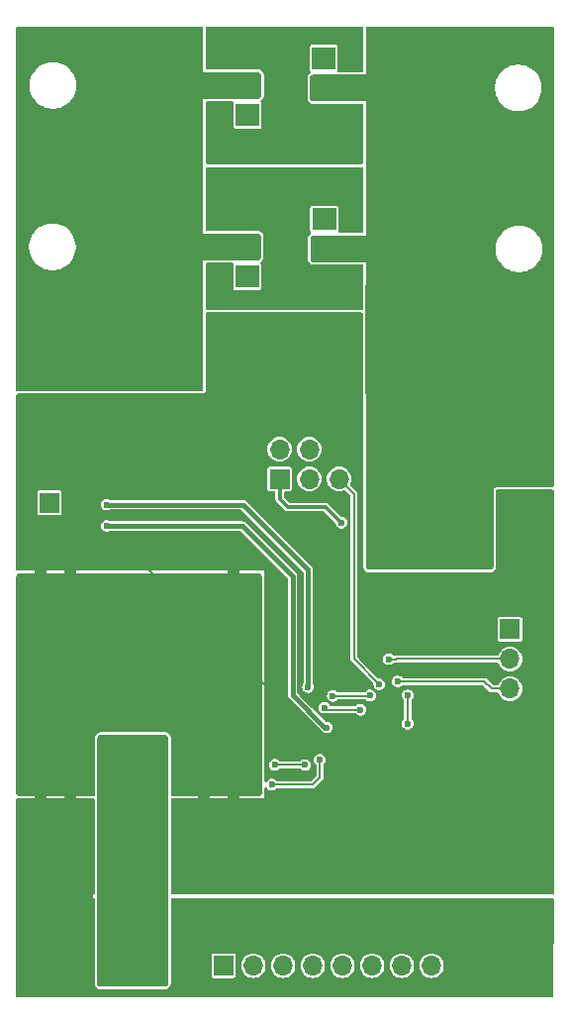
<source format=gbl>
G04 #@! TF.GenerationSoftware,KiCad,Pcbnew,8.0.1*
G04 #@! TF.CreationDate,2024-11-29T15:47:05+04:00*
G04 #@! TF.ProjectId,BQ76925_ATMEGA328P_6S_20A_BMS,42513736-3932-4355-9f41-544d45474133,v1.0*
G04 #@! TF.SameCoordinates,Original*
G04 #@! TF.FileFunction,Copper,L2,Bot*
G04 #@! TF.FilePolarity,Positive*
%FSLAX46Y46*%
G04 Gerber Fmt 4.6, Leading zero omitted, Abs format (unit mm)*
G04 Created by KiCad (PCBNEW 8.0.1) date 2024-11-29 15:47:05*
%MOMM*%
%LPD*%
G01*
G04 APERTURE LIST*
G04 #@! TA.AperFunction,ComponentPad*
%ADD10R,2.000000X1.905000*%
G04 #@! TD*
G04 #@! TA.AperFunction,ComponentPad*
%ADD11O,2.000000X1.905000*%
G04 #@! TD*
G04 #@! TA.AperFunction,ComponentPad*
%ADD12R,1.700000X1.700000*%
G04 #@! TD*
G04 #@! TA.AperFunction,ComponentPad*
%ADD13O,1.700000X1.700000*%
G04 #@! TD*
G04 #@! TA.AperFunction,ViaPad*
%ADD14C,0.600000*%
G04 #@! TD*
G04 #@! TA.AperFunction,Conductor*
%ADD15C,1.000000*%
G04 #@! TD*
G04 #@! TA.AperFunction,Conductor*
%ADD16C,0.200000*%
G04 #@! TD*
G04 #@! TA.AperFunction,Conductor*
%ADD17C,0.400000*%
G04 #@! TD*
G04 #@! TA.AperFunction,Conductor*
%ADD18C,0.300000*%
G04 #@! TD*
G04 APERTURE END LIST*
D10*
X61025000Y-23072500D03*
D11*
X61025000Y-20532500D03*
X61025000Y-17992500D03*
D12*
X63770000Y-54187500D03*
D13*
X63770000Y-51647500D03*
X66310000Y-54187500D03*
X66310000Y-51647500D03*
X68849999Y-54187500D03*
X68850000Y-51647500D03*
D12*
X44080000Y-56217500D03*
D13*
X44080000Y-58757500D03*
D10*
X67590000Y-31967500D03*
D11*
X67590000Y-34507500D03*
X67590000Y-37047500D03*
D10*
X67540000Y-18217500D03*
D11*
X67540000Y-20757500D03*
X67540000Y-23297500D03*
D12*
X58985961Y-95797501D03*
D13*
X61525961Y-95797501D03*
X64065960Y-95797501D03*
X66605961Y-95797501D03*
X69145961Y-95797501D03*
X71685961Y-95797501D03*
X74225961Y-95797501D03*
X76765962Y-95797501D03*
X79305961Y-95797501D03*
D10*
X61000000Y-36872500D03*
D11*
X61000000Y-34332500D03*
X61000000Y-31792500D03*
D12*
X83480000Y-67037500D03*
D13*
X83480000Y-69577500D03*
X83480000Y-72117500D03*
X83480000Y-74657500D03*
D14*
X70690000Y-74817500D03*
X67680000Y-80327500D03*
X64600000Y-79557500D03*
X54695023Y-57406345D03*
X66749423Y-88227501D03*
X86026122Y-88227501D03*
X67610000Y-55737500D03*
X59750000Y-66877500D03*
X68960002Y-66197502D03*
X55400000Y-66877500D03*
X59909499Y-57455307D03*
X68320000Y-74597500D03*
X81263223Y-88227501D03*
X67100000Y-65227500D03*
X63460000Y-72737500D03*
X61948390Y-88227501D03*
X57265540Y-57455307D03*
X52173469Y-57443066D03*
X71572499Y-88227501D03*
X73890000Y-66197502D03*
X69200000Y-41587500D03*
X76395575Y-88296926D03*
X68450000Y-63047500D03*
X65060000Y-76927500D03*
X66510000Y-57387500D03*
X57120673Y-88227501D03*
X69500000Y-75217500D03*
X64109150Y-66077500D03*
X70820000Y-62917500D03*
X66210000Y-71967500D03*
X48970000Y-56375000D03*
X50031668Y-94247500D03*
X51198334Y-94247500D03*
X52365000Y-94247500D03*
X53531668Y-94247500D03*
X52538332Y-79402500D03*
X53705000Y-79402500D03*
X50205000Y-79402500D03*
X51371666Y-79402500D03*
X72310000Y-71747500D03*
X73880000Y-71487500D03*
X73110000Y-69587500D03*
X69060000Y-57918162D03*
X81160000Y-35447500D03*
X76080000Y-19727500D03*
X73540000Y-17187500D03*
X73540000Y-24807500D03*
X79495000Y-59727500D03*
X81160000Y-19727500D03*
X81160000Y-24807500D03*
X76955000Y-60997500D03*
X78225000Y-60997500D03*
X76080000Y-35447500D03*
X78620000Y-37987500D03*
X78620000Y-30367500D03*
X73540000Y-19727500D03*
X74415000Y-60997500D03*
X73540000Y-35447500D03*
X76080000Y-30367500D03*
X76080000Y-22267500D03*
X81160000Y-17187500D03*
X76080000Y-32907500D03*
X73540000Y-30367500D03*
X78225000Y-59727500D03*
X81160000Y-37987500D03*
X80765000Y-60997500D03*
X78620000Y-17187500D03*
X73540000Y-22267500D03*
X81160000Y-32907500D03*
X81160000Y-30367500D03*
X73145000Y-60997500D03*
X78620000Y-19727500D03*
X81160000Y-22267500D03*
X78620000Y-22267500D03*
X73540000Y-32907500D03*
X75685000Y-60997500D03*
X78620000Y-32907500D03*
X79495000Y-60997500D03*
X74415000Y-59727500D03*
X75685000Y-59727500D03*
X76955000Y-59727500D03*
X73540000Y-37987500D03*
X76080000Y-24807500D03*
X76080000Y-37987500D03*
X78620000Y-35447500D03*
X80765000Y-59727500D03*
X73145000Y-59727500D03*
X78620000Y-24807500D03*
X76080000Y-17187500D03*
X70700000Y-73917500D03*
X67595000Y-73732500D03*
X67210000Y-78187500D03*
X63130000Y-80327500D03*
X63360000Y-78627500D03*
X71510000Y-72707500D03*
X65960000Y-78637500D03*
X68334998Y-72727500D03*
X74730000Y-72667500D03*
X74730000Y-75097500D03*
X67810961Y-75427500D03*
X48970000Y-58200000D03*
X52200000Y-33007500D03*
X47120000Y-35547500D03*
X49660000Y-38087500D03*
X54740000Y-35547500D03*
X50950000Y-42877500D03*
X52200000Y-30467500D03*
X50950000Y-45417500D03*
X49660000Y-33007500D03*
X54740000Y-33007500D03*
X48410000Y-45417500D03*
X52220000Y-24547500D03*
X54760000Y-16927500D03*
X47140000Y-16927500D03*
X45870000Y-45417500D03*
X54760000Y-19467500D03*
X47140000Y-19467500D03*
X43330000Y-42877500D03*
X45870000Y-42877500D03*
X48410000Y-42877500D03*
X47120000Y-38087500D03*
X52200000Y-38087500D03*
X43330000Y-45417500D03*
X52200000Y-35547500D03*
X54740000Y-30467500D03*
X49680000Y-22007500D03*
X52220000Y-16927500D03*
X49680000Y-16927500D03*
X47120000Y-30467500D03*
X47140000Y-22007500D03*
X52220000Y-22007500D03*
X54760000Y-24547500D03*
X49660000Y-30467500D03*
X47140000Y-24547500D03*
X47120000Y-33007500D03*
X49680000Y-19467500D03*
X49660000Y-35547500D03*
X54760000Y-22007500D03*
X52220000Y-19467500D03*
X49680000Y-24547500D03*
X54740000Y-38087500D03*
D15*
X57270000Y-81317500D02*
X57270000Y-82587500D01*
X59800000Y-62027500D02*
X59800000Y-63297500D01*
X43360000Y-61062500D02*
X43360000Y-62332500D01*
X59810000Y-81317500D02*
X59810000Y-82587500D01*
X57270000Y-80047500D02*
X57270000Y-81317500D01*
D16*
X63430000Y-72777500D02*
X63460000Y-72807500D01*
D15*
X59800000Y-60757500D02*
X59800000Y-62027500D01*
D16*
X63390000Y-72737500D02*
X62000000Y-71347500D01*
D15*
X45840000Y-80047500D02*
X45840000Y-81317500D01*
X43300000Y-81317500D02*
X43300000Y-82587500D01*
X45860000Y-61112500D02*
X45860000Y-62382500D01*
X59810000Y-80047500D02*
X59810000Y-81317500D01*
D16*
X52010000Y-61447500D02*
X53280000Y-62717500D01*
X63460000Y-72807500D02*
X63460000Y-72737500D01*
D15*
X43360000Y-62332500D02*
X43360000Y-63602500D01*
X43300000Y-80047500D02*
X43300000Y-81317500D01*
D16*
X63460000Y-72737500D02*
X63390000Y-72737500D01*
D15*
X45840000Y-81317500D02*
X45840000Y-82587500D01*
X45860000Y-62382500D02*
X45860000Y-63652500D01*
D17*
X66200000Y-71957500D02*
X66210000Y-71967500D01*
X60660000Y-56397500D02*
X66200000Y-61937500D01*
X48970000Y-56375000D02*
X48992500Y-56397500D01*
X66200000Y-61937500D02*
X66200000Y-71957500D01*
X48992500Y-56397500D02*
X60660000Y-56397500D01*
D16*
X68849999Y-54187500D02*
X70120000Y-55457501D01*
X70120000Y-55457501D02*
X70120000Y-69557500D01*
X70120000Y-69557500D02*
X72310000Y-71747500D01*
X81900000Y-72117500D02*
X83480000Y-72117500D01*
X73890000Y-71497500D02*
X81280000Y-71497500D01*
X81280000Y-71497500D02*
X81900000Y-72117500D01*
X73880000Y-71487500D02*
X73890000Y-71497500D01*
X73740000Y-69577500D02*
X83480000Y-69577500D01*
X73110000Y-69587500D02*
X73730000Y-69587500D01*
X73730000Y-69587500D02*
X73740000Y-69577500D01*
D18*
X64460000Y-56557500D02*
X63770000Y-55867500D01*
X69040662Y-57918162D02*
X67680000Y-56557500D01*
X69060000Y-57918162D02*
X69040662Y-57918162D01*
X63770000Y-55867500D02*
X63770000Y-54187500D01*
X67680000Y-56557500D02*
X64460000Y-56557500D01*
D16*
X66630000Y-80327500D02*
X67230000Y-79727500D01*
X63130000Y-80327500D02*
X66630000Y-80327500D01*
X67595000Y-73732500D02*
X67780000Y-73917500D01*
X67780000Y-73917500D02*
X70700000Y-73917500D01*
X67230000Y-79727500D02*
X67230000Y-78207500D01*
X70700000Y-73917500D02*
X70690000Y-73907500D01*
X67230000Y-78207500D02*
X67210000Y-78187500D01*
X68334998Y-72727500D02*
X71490000Y-72727500D01*
X63360000Y-78627500D02*
X65950000Y-78627500D01*
X71490000Y-72727500D02*
X71510000Y-72707500D01*
X65950000Y-78627500D02*
X65960000Y-78637500D01*
X74730000Y-72667500D02*
X74730000Y-75097500D01*
D17*
X64890000Y-62527500D02*
X60570000Y-58207500D01*
X48977500Y-58207500D02*
X48970000Y-58200000D01*
X64890000Y-72667500D02*
X64890000Y-62527500D01*
X67810961Y-75427500D02*
X67650000Y-75427500D01*
X67650000Y-75427500D02*
X64890000Y-72667500D01*
X60570000Y-58207500D02*
X48977500Y-58207500D01*
G04 #@! TA.AperFunction,Conductor*
G36*
X47917539Y-81517185D02*
G01*
X47963294Y-81569989D01*
X47974500Y-81621500D01*
X47974500Y-89686638D01*
X47963970Y-89722500D01*
X47790000Y-89722500D01*
X47790000Y-81497500D01*
X47850500Y-81497500D01*
X47917539Y-81517185D01*
G37*
G04 #@! TD.AperFunction*
G04 #@! TA.AperFunction,Conductor*
G36*
X87222631Y-89598543D02*
G01*
X87202923Y-89665576D01*
X87150103Y-89711312D01*
X87098631Y-89722500D01*
X54584500Y-89722500D01*
X54517461Y-89702815D01*
X54471706Y-89650011D01*
X54460500Y-89598500D01*
X54460500Y-81621500D01*
X54480185Y-81554461D01*
X54532989Y-81508706D01*
X54584500Y-81497500D01*
X62374993Y-81497500D01*
X87225430Y-81497500D01*
X87222631Y-89598543D01*
G37*
G04 #@! TD.AperFunction*
G04 #@! TA.AperFunction,Conductor*
G36*
X64453181Y-62657073D02*
G01*
X64486666Y-62718396D01*
X64489500Y-62744754D01*
X64489500Y-72720226D01*
X64516793Y-72822089D01*
X64532883Y-72849956D01*
X64569520Y-72913413D01*
X67329519Y-75673412D01*
X67329520Y-75673413D01*
X67404087Y-75747980D01*
X67430683Y-75763335D01*
X67462393Y-75789517D01*
X67470076Y-75798383D01*
X67479833Y-75809643D01*
X67600908Y-75887453D01*
X67600911Y-75887454D01*
X67600910Y-75887454D01*
X67738997Y-75927999D01*
X67738999Y-75928000D01*
X67739000Y-75928000D01*
X67882923Y-75928000D01*
X67882923Y-75927999D01*
X68021014Y-75887453D01*
X68142089Y-75809643D01*
X68236338Y-75700873D01*
X68296126Y-75569957D01*
X68316608Y-75427500D01*
X68296126Y-75285043D01*
X68236338Y-75154127D01*
X68187271Y-75097500D01*
X74224353Y-75097500D01*
X74244834Y-75239956D01*
X74265425Y-75285043D01*
X74304623Y-75370873D01*
X74398872Y-75479643D01*
X74519947Y-75557453D01*
X74519950Y-75557454D01*
X74519949Y-75557454D01*
X74658036Y-75597999D01*
X74658038Y-75598000D01*
X74658039Y-75598000D01*
X74801962Y-75598000D01*
X74801962Y-75597999D01*
X74940053Y-75557453D01*
X75061128Y-75479643D01*
X75155377Y-75370873D01*
X75215165Y-75239957D01*
X75235647Y-75097500D01*
X75215165Y-74955043D01*
X75155377Y-74824127D01*
X75155375Y-74824125D01*
X75155374Y-74824122D01*
X75060787Y-74714962D01*
X75031762Y-74651406D01*
X75030500Y-74633760D01*
X75030500Y-73131238D01*
X75050185Y-73064199D01*
X75060787Y-73050035D01*
X75061124Y-73049644D01*
X75061128Y-73049643D01*
X75155377Y-72940873D01*
X75215165Y-72809957D01*
X75235647Y-72667500D01*
X75215165Y-72525043D01*
X75155377Y-72394127D01*
X75061128Y-72285357D01*
X74940053Y-72207547D01*
X74940051Y-72207546D01*
X74940049Y-72207545D01*
X74940050Y-72207545D01*
X74801963Y-72167000D01*
X74801961Y-72167000D01*
X74658039Y-72167000D01*
X74658036Y-72167000D01*
X74519949Y-72207545D01*
X74398873Y-72285356D01*
X74304623Y-72394126D01*
X74304622Y-72394128D01*
X74244834Y-72525043D01*
X74224353Y-72667500D01*
X74244834Y-72809956D01*
X74272236Y-72869956D01*
X74304623Y-72940873D01*
X74398872Y-73049643D01*
X74398875Y-73049644D01*
X74399213Y-73050035D01*
X74428238Y-73113591D01*
X74429500Y-73131238D01*
X74429500Y-74633760D01*
X74409815Y-74700799D01*
X74399213Y-74714962D01*
X74304625Y-74824122D01*
X74304622Y-74824128D01*
X74244834Y-74955043D01*
X74224353Y-75097500D01*
X68187271Y-75097500D01*
X68142089Y-75045357D01*
X68021014Y-74967547D01*
X68021012Y-74967546D01*
X68021010Y-74967545D01*
X68021011Y-74967545D01*
X67882924Y-74927000D01*
X67882922Y-74927000D01*
X67767255Y-74927000D01*
X67700216Y-74907315D01*
X67679574Y-74890681D01*
X66521393Y-73732500D01*
X67089353Y-73732500D01*
X67109834Y-73874956D01*
X67129264Y-73917500D01*
X67169623Y-74005873D01*
X67263872Y-74114643D01*
X67384947Y-74192453D01*
X67384950Y-74192454D01*
X67384949Y-74192454D01*
X67523036Y-74232999D01*
X67523038Y-74233000D01*
X67523039Y-74233000D01*
X67666961Y-74233000D01*
X67700940Y-74223023D01*
X67735875Y-74218000D01*
X67740438Y-74218000D01*
X70241499Y-74218000D01*
X70308538Y-74237685D01*
X70335211Y-74260796D01*
X70368872Y-74299643D01*
X70489947Y-74377453D01*
X70489950Y-74377454D01*
X70489949Y-74377454D01*
X70628036Y-74417999D01*
X70628038Y-74418000D01*
X70628039Y-74418000D01*
X70771962Y-74418000D01*
X70771962Y-74417999D01*
X70910053Y-74377453D01*
X71031128Y-74299643D01*
X71125377Y-74190873D01*
X71185165Y-74059957D01*
X71205647Y-73917500D01*
X71185165Y-73775043D01*
X71125377Y-73644127D01*
X71031128Y-73535357D01*
X70910053Y-73457547D01*
X70910051Y-73457546D01*
X70910049Y-73457545D01*
X70910050Y-73457545D01*
X70771963Y-73417000D01*
X70771961Y-73417000D01*
X70628039Y-73417000D01*
X70628036Y-73417000D01*
X70489949Y-73457545D01*
X70368873Y-73535356D01*
X70335212Y-73574203D01*
X70276433Y-73611977D01*
X70241499Y-73617000D01*
X68172165Y-73617000D01*
X68105126Y-73597315D01*
X68059371Y-73544511D01*
X68020379Y-73459130D01*
X68020377Y-73459128D01*
X68020377Y-73459127D01*
X67926128Y-73350357D01*
X67926125Y-73350355D01*
X67922512Y-73346185D01*
X67909536Y-73317773D01*
X67846733Y-73299333D01*
X67805050Y-73272545D01*
X67666963Y-73232000D01*
X67666961Y-73232000D01*
X67523039Y-73232000D01*
X67523036Y-73232000D01*
X67384949Y-73272545D01*
X67263873Y-73350356D01*
X67169623Y-73459126D01*
X67169622Y-73459128D01*
X67109834Y-73590043D01*
X67089353Y-73732500D01*
X66521393Y-73732500D01*
X65516393Y-72727500D01*
X67829351Y-72727500D01*
X67849832Y-72869956D01*
X67900486Y-72980871D01*
X67909621Y-73000873D01*
X68003870Y-73109643D01*
X68003871Y-73109644D01*
X68007485Y-73113814D01*
X68020460Y-73142225D01*
X68083264Y-73160667D01*
X68124942Y-73187452D01*
X68124947Y-73187454D01*
X68263034Y-73227999D01*
X68263036Y-73228000D01*
X68263037Y-73228000D01*
X68406960Y-73228000D01*
X68406960Y-73227999D01*
X68545051Y-73187453D01*
X68666126Y-73109643D01*
X68699786Y-73070796D01*
X68758565Y-73033023D01*
X68793499Y-73028000D01*
X71068829Y-73028000D01*
X71135868Y-73047685D01*
X71162540Y-73070795D01*
X71178872Y-73089643D01*
X71299947Y-73167453D01*
X71299950Y-73167454D01*
X71299949Y-73167454D01*
X71438036Y-73207999D01*
X71438038Y-73208000D01*
X71438039Y-73208000D01*
X71581962Y-73208000D01*
X71581962Y-73207999D01*
X71720053Y-73167453D01*
X71841128Y-73089643D01*
X71935377Y-72980873D01*
X71995165Y-72849957D01*
X72015647Y-72707500D01*
X71995165Y-72565043D01*
X71935377Y-72434127D01*
X71850101Y-72335713D01*
X71840141Y-72313903D01*
X71809144Y-72304802D01*
X71778885Y-72285356D01*
X71720053Y-72247547D01*
X71720051Y-72247546D01*
X71720049Y-72247545D01*
X71720050Y-72247545D01*
X71581963Y-72207000D01*
X71581961Y-72207000D01*
X71438039Y-72207000D01*
X71438036Y-72207000D01*
X71299949Y-72247545D01*
X71178869Y-72325358D01*
X71127884Y-72384201D01*
X71069107Y-72421977D01*
X71034170Y-72427000D01*
X68793499Y-72427000D01*
X68726460Y-72407315D01*
X68699786Y-72384203D01*
X68699784Y-72384201D01*
X68666126Y-72345357D01*
X68545051Y-72267547D01*
X68545049Y-72267546D01*
X68545047Y-72267545D01*
X68545048Y-72267545D01*
X68406961Y-72227000D01*
X68406959Y-72227000D01*
X68263037Y-72227000D01*
X68263034Y-72227000D01*
X68124947Y-72267545D01*
X68003871Y-72345356D01*
X67909621Y-72454126D01*
X67909620Y-72454128D01*
X67849832Y-72585043D01*
X67829351Y-72727500D01*
X65516393Y-72727500D01*
X65326819Y-72537926D01*
X65293334Y-72476603D01*
X65290500Y-72450245D01*
X65290500Y-62590229D01*
X65290501Y-62590216D01*
X65290501Y-62474774D01*
X65290501Y-62474773D01*
X65263207Y-62372913D01*
X65227292Y-62310707D01*
X65210480Y-62281587D01*
X65135913Y-62207020D01*
X65135912Y-62207019D01*
X65131582Y-62202689D01*
X65131571Y-62202679D01*
X64726392Y-61797500D01*
X65493607Y-61797500D01*
X65763181Y-62067074D01*
X65796666Y-62128397D01*
X65799500Y-62154755D01*
X65799500Y-71634577D01*
X65788294Y-71686089D01*
X65724834Y-71825043D01*
X65704353Y-71967500D01*
X65724834Y-72109956D01*
X65769360Y-72207453D01*
X65784623Y-72240873D01*
X65878872Y-72349643D01*
X65999947Y-72427453D01*
X65999950Y-72427454D01*
X65999949Y-72427454D01*
X66138036Y-72467999D01*
X66138038Y-72468000D01*
X66138039Y-72468000D01*
X66281962Y-72468000D01*
X66281962Y-72467999D01*
X66420053Y-72427453D01*
X66541128Y-72349643D01*
X66635377Y-72240873D01*
X66695165Y-72109957D01*
X66715647Y-71967500D01*
X66695165Y-71825043D01*
X66635377Y-71694127D01*
X66630783Y-71688825D01*
X66601761Y-71625268D01*
X66600500Y-71607626D01*
X66600500Y-61884775D01*
X66600500Y-61884773D01*
X66577116Y-61797500D01*
X69819500Y-61797500D01*
X69819500Y-69597062D01*
X69829739Y-69635275D01*
X69839979Y-69673491D01*
X69839981Y-69673494D01*
X69872578Y-69729952D01*
X69872579Y-69729958D01*
X69872581Y-69729958D01*
X69879538Y-69742008D01*
X69879541Y-69742013D01*
X71770604Y-71633075D01*
X71804089Y-71694398D01*
X71805661Y-71738402D01*
X71804353Y-71747499D01*
X71824834Y-71889956D01*
X71851093Y-71947454D01*
X71884623Y-72020873D01*
X71969897Y-72119285D01*
X71979857Y-72141095D01*
X72010854Y-72150196D01*
X72099947Y-72207453D01*
X72099950Y-72207454D01*
X72099949Y-72207454D01*
X72207107Y-72238917D01*
X72236496Y-72247547D01*
X72238036Y-72247999D01*
X72238038Y-72248000D01*
X72238039Y-72248000D01*
X72381962Y-72248000D01*
X72381962Y-72247999D01*
X72520053Y-72207453D01*
X72641128Y-72129643D01*
X72735377Y-72020873D01*
X72795165Y-71889957D01*
X72815647Y-71747500D01*
X72795165Y-71605043D01*
X72741484Y-71487500D01*
X73374353Y-71487500D01*
X73394834Y-71629956D01*
X73444361Y-71738402D01*
X73454623Y-71760873D01*
X73548872Y-71869643D01*
X73669947Y-71947453D01*
X73669950Y-71947454D01*
X73669949Y-71947454D01*
X73808036Y-71987999D01*
X73808038Y-71988000D01*
X73808039Y-71988000D01*
X73951962Y-71988000D01*
X73951962Y-71987999D01*
X74090053Y-71947453D01*
X74211128Y-71869643D01*
X74221806Y-71857318D01*
X74236124Y-71840797D01*
X74294902Y-71803023D01*
X74329836Y-71798000D01*
X81104167Y-71798000D01*
X81171206Y-71817685D01*
X81191848Y-71834319D01*
X81659540Y-72302011D01*
X81715489Y-72357960D01*
X81715491Y-72357961D01*
X81715495Y-72357964D01*
X81760940Y-72384201D01*
X81784011Y-72397521D01*
X81860438Y-72418000D01*
X81939562Y-72418000D01*
X82381421Y-72418000D01*
X82448460Y-72437685D01*
X82494215Y-72490489D01*
X82500081Y-72506003D01*
X82504768Y-72521454D01*
X82602315Y-72703950D01*
X82615673Y-72720227D01*
X82733589Y-72863910D01*
X82793910Y-72913413D01*
X82893550Y-72995185D01*
X83076046Y-73092732D01*
X83274066Y-73152800D01*
X83274065Y-73152800D01*
X83292529Y-73154618D01*
X83480000Y-73173083D01*
X83685934Y-73152800D01*
X83883954Y-73092732D01*
X84066450Y-72995185D01*
X84226410Y-72863910D01*
X84357685Y-72703950D01*
X84455232Y-72521454D01*
X84515300Y-72323434D01*
X84535583Y-72117500D01*
X84515300Y-71911566D01*
X84455232Y-71713546D01*
X84357685Y-71531050D01*
X84305702Y-71467709D01*
X84226410Y-71371089D01*
X84087435Y-71257037D01*
X84066450Y-71239815D01*
X83883954Y-71142268D01*
X83685934Y-71082200D01*
X83685932Y-71082199D01*
X83685934Y-71082199D01*
X83480000Y-71061917D01*
X83274067Y-71082199D01*
X83076043Y-71142269D01*
X82965898Y-71201143D01*
X82893550Y-71239815D01*
X82893548Y-71239816D01*
X82893547Y-71239817D01*
X82733589Y-71371089D01*
X82602317Y-71531047D01*
X82504769Y-71713543D01*
X82504768Y-71713546D01*
X82500081Y-71728997D01*
X82461783Y-71787435D01*
X82397970Y-71815891D01*
X82381421Y-71817000D01*
X82075833Y-71817000D01*
X82008794Y-71797315D01*
X81988152Y-71780681D01*
X81464512Y-71257041D01*
X81464507Y-71257037D01*
X81434675Y-71239814D01*
X81434675Y-71239813D01*
X81434673Y-71239813D01*
X81395994Y-71217481D01*
X81395991Y-71217479D01*
X81357775Y-71207239D01*
X81319562Y-71197000D01*
X81319560Y-71197000D01*
X74347166Y-71197000D01*
X74280127Y-71177315D01*
X74253453Y-71154202D01*
X74211130Y-71105358D01*
X74143534Y-71061917D01*
X74090053Y-71027547D01*
X74090051Y-71027546D01*
X74090049Y-71027545D01*
X74090050Y-71027545D01*
X73951963Y-70987000D01*
X73951961Y-70987000D01*
X73808039Y-70987000D01*
X73808036Y-70987000D01*
X73669949Y-71027545D01*
X73548873Y-71105356D01*
X73454623Y-71214126D01*
X73454622Y-71214128D01*
X73394834Y-71345043D01*
X73374353Y-71487500D01*
X72741484Y-71487500D01*
X72735377Y-71474127D01*
X72641128Y-71365357D01*
X72520053Y-71287547D01*
X72520051Y-71287546D01*
X72520049Y-71287545D01*
X72520050Y-71287545D01*
X72381963Y-71247000D01*
X72381961Y-71247000D01*
X72285833Y-71247000D01*
X72218794Y-71227315D01*
X72198152Y-71210681D01*
X70574971Y-69587500D01*
X72604353Y-69587500D01*
X72624834Y-69729956D01*
X72649256Y-69783432D01*
X72684623Y-69860873D01*
X72778872Y-69969643D01*
X72899947Y-70047453D01*
X72899950Y-70047454D01*
X72899949Y-70047454D01*
X73038036Y-70087999D01*
X73038038Y-70088000D01*
X73038039Y-70088000D01*
X73181962Y-70088000D01*
X73181962Y-70087999D01*
X73320053Y-70047453D01*
X73441128Y-69969643D01*
X73474788Y-69930796D01*
X73533567Y-69893023D01*
X73568501Y-69888000D01*
X73769560Y-69888000D01*
X73769562Y-69888000D01*
X73791114Y-69882224D01*
X73823207Y-69878000D01*
X82381421Y-69878000D01*
X82448460Y-69897685D01*
X82494215Y-69950489D01*
X82500081Y-69966003D01*
X82504768Y-69981454D01*
X82602315Y-70163950D01*
X82602317Y-70163952D01*
X82733589Y-70323910D01*
X82830209Y-70403202D01*
X82893550Y-70455185D01*
X83076046Y-70552732D01*
X83274066Y-70612800D01*
X83274065Y-70612800D01*
X83292529Y-70614618D01*
X83480000Y-70633083D01*
X83685934Y-70612800D01*
X83883954Y-70552732D01*
X84066450Y-70455185D01*
X84226410Y-70323910D01*
X84357685Y-70163950D01*
X84455232Y-69981454D01*
X84515300Y-69783434D01*
X84535583Y-69577500D01*
X84515300Y-69371566D01*
X84455232Y-69173546D01*
X84357685Y-68991050D01*
X84305702Y-68927709D01*
X84226410Y-68831089D01*
X84066452Y-68699817D01*
X84066453Y-68699817D01*
X84066450Y-68699815D01*
X83883954Y-68602268D01*
X83685934Y-68542200D01*
X83685932Y-68542199D01*
X83685934Y-68542199D01*
X83480000Y-68521917D01*
X83274067Y-68542199D01*
X83076043Y-68602269D01*
X82965898Y-68661143D01*
X82893550Y-68699815D01*
X82893548Y-68699816D01*
X82893547Y-68699817D01*
X82733589Y-68831089D01*
X82602317Y-68991047D01*
X82504769Y-69173543D01*
X82504768Y-69173546D01*
X82500081Y-69188997D01*
X82461783Y-69247435D01*
X82397970Y-69275891D01*
X82381421Y-69277000D01*
X73700438Y-69277000D01*
X73678886Y-69282775D01*
X73646793Y-69287000D01*
X73568501Y-69287000D01*
X73501462Y-69267315D01*
X73474788Y-69244203D01*
X73441128Y-69205357D01*
X73320053Y-69127547D01*
X73320051Y-69127546D01*
X73320049Y-69127545D01*
X73320050Y-69127545D01*
X73181963Y-69087000D01*
X73181961Y-69087000D01*
X73038039Y-69087000D01*
X73038036Y-69087000D01*
X72899949Y-69127545D01*
X72778873Y-69205356D01*
X72684623Y-69314126D01*
X72684622Y-69314128D01*
X72624834Y-69445043D01*
X72604353Y-69587500D01*
X70574971Y-69587500D01*
X70456819Y-69469348D01*
X70423334Y-69408025D01*
X70420500Y-69381667D01*
X70420500Y-67907252D01*
X82429500Y-67907252D01*
X82441131Y-67965729D01*
X82441132Y-67965730D01*
X82485447Y-68032052D01*
X82551769Y-68076367D01*
X82551770Y-68076368D01*
X82610247Y-68087999D01*
X82610250Y-68088000D01*
X82610252Y-68088000D01*
X84349750Y-68088000D01*
X84349751Y-68087999D01*
X84364568Y-68085052D01*
X84408229Y-68076368D01*
X84408229Y-68076367D01*
X84408231Y-68076367D01*
X84474552Y-68032052D01*
X84518867Y-67965731D01*
X84518867Y-67965729D01*
X84518868Y-67965729D01*
X84530499Y-67907252D01*
X84530500Y-67907250D01*
X84530500Y-66167749D01*
X84530499Y-66167747D01*
X84518868Y-66109270D01*
X84518867Y-66109269D01*
X84474552Y-66042947D01*
X84408230Y-65998632D01*
X84408229Y-65998631D01*
X84349752Y-65987000D01*
X84349748Y-65987000D01*
X82610252Y-65987000D01*
X82610247Y-65987000D01*
X82551770Y-65998631D01*
X82551769Y-65998632D01*
X82485447Y-66042947D01*
X82441132Y-66109269D01*
X82441131Y-66109270D01*
X82429500Y-66167747D01*
X82429500Y-67907252D01*
X70420500Y-67907252D01*
X70420500Y-61797500D01*
X70951987Y-61797500D01*
X70962470Y-61830978D01*
X70962471Y-61830983D01*
X70976872Y-61857355D01*
X70995956Y-61892305D01*
X70995958Y-61892308D01*
X70995960Y-61892311D01*
X71030998Y-61939115D01*
X71031002Y-61939119D01*
X71031009Y-61939129D01*
X71150000Y-62058120D01*
X71150000Y-62227500D01*
X87232090Y-62227500D01*
X87228706Y-72020871D01*
X87224556Y-84027500D01*
X62480000Y-84027500D01*
X62480000Y-81287486D01*
X62480000Y-80673658D01*
X62499685Y-80606619D01*
X62552489Y-80560864D01*
X62621647Y-80550920D01*
X62685203Y-80579945D01*
X62698079Y-80594807D01*
X62698815Y-80594170D01*
X62704622Y-80600872D01*
X62704623Y-80600873D01*
X62798872Y-80709643D01*
X62919947Y-80787453D01*
X62919950Y-80787454D01*
X62919949Y-80787454D01*
X63058036Y-80827999D01*
X63058038Y-80828000D01*
X63058039Y-80828000D01*
X63201962Y-80828000D01*
X63201962Y-80827999D01*
X63340053Y-80787453D01*
X63461128Y-80709643D01*
X63494788Y-80670796D01*
X63553567Y-80633023D01*
X63588501Y-80628000D01*
X66669560Y-80628000D01*
X66669562Y-80628000D01*
X66745989Y-80607521D01*
X66814511Y-80567960D01*
X66870460Y-80512011D01*
X67470460Y-79912011D01*
X67496131Y-79867547D01*
X67510021Y-79843489D01*
X67530500Y-79767062D01*
X67530500Y-78628157D01*
X67550185Y-78561118D01*
X67560780Y-78546962D01*
X67635377Y-78460873D01*
X67695165Y-78329957D01*
X67715647Y-78187500D01*
X67695165Y-78045043D01*
X67635377Y-77914127D01*
X67541128Y-77805357D01*
X67420053Y-77727547D01*
X67420051Y-77727546D01*
X67420049Y-77727545D01*
X67420050Y-77727545D01*
X67281963Y-77687000D01*
X67281961Y-77687000D01*
X67138039Y-77687000D01*
X67138036Y-77687000D01*
X66999949Y-77727545D01*
X66878873Y-77805356D01*
X66784623Y-77914126D01*
X66784622Y-77914128D01*
X66724834Y-78045043D01*
X66704353Y-78187500D01*
X66724834Y-78329956D01*
X66784622Y-78460871D01*
X66784623Y-78460873D01*
X66878872Y-78569643D01*
X66878874Y-78569644D01*
X66885577Y-78575453D01*
X66883331Y-78578043D01*
X66918265Y-78618311D01*
X66929500Y-78669888D01*
X66929500Y-79551667D01*
X66909815Y-79618706D01*
X66893181Y-79639348D01*
X66541848Y-79990681D01*
X66480525Y-80024166D01*
X66454167Y-80027000D01*
X63588501Y-80027000D01*
X63521462Y-80007315D01*
X63494788Y-79984203D01*
X63492308Y-79981341D01*
X63461128Y-79945357D01*
X63340053Y-79867547D01*
X63340051Y-79867546D01*
X63340049Y-79867545D01*
X63340050Y-79867545D01*
X63201963Y-79827000D01*
X63201961Y-79827000D01*
X63058039Y-79827000D01*
X63058036Y-79827000D01*
X62919949Y-79867545D01*
X62919950Y-79867545D01*
X62798873Y-79945356D01*
X62798872Y-79945356D01*
X62798872Y-79945357D01*
X62728129Y-80027000D01*
X62698815Y-80060830D01*
X62696384Y-80058723D01*
X62655489Y-80094146D01*
X62586329Y-80104075D01*
X62522779Y-80075038D01*
X62485016Y-80016252D01*
X62480000Y-79981341D01*
X62480000Y-78627500D01*
X62854353Y-78627500D01*
X62874834Y-78769956D01*
X62934622Y-78900871D01*
X62934623Y-78900873D01*
X63028872Y-79009643D01*
X63149947Y-79087453D01*
X63149950Y-79087454D01*
X63149949Y-79087454D01*
X63288036Y-79127999D01*
X63288038Y-79128000D01*
X63288039Y-79128000D01*
X63431962Y-79128000D01*
X63431962Y-79127999D01*
X63570053Y-79087453D01*
X63691128Y-79009643D01*
X63724788Y-78970796D01*
X63783567Y-78933023D01*
X63818501Y-78928000D01*
X65492834Y-78928000D01*
X65559873Y-78947685D01*
X65586547Y-78970798D01*
X65628869Y-79019641D01*
X65628871Y-79019642D01*
X65628872Y-79019643D01*
X65749947Y-79097453D01*
X65749950Y-79097454D01*
X65749949Y-79097454D01*
X65888036Y-79137999D01*
X65888038Y-79138000D01*
X65888039Y-79138000D01*
X66031962Y-79138000D01*
X66031962Y-79137999D01*
X66170053Y-79097453D01*
X66291128Y-79019643D01*
X66385377Y-78910873D01*
X66445165Y-78779957D01*
X66465647Y-78637500D01*
X66445165Y-78495043D01*
X66385377Y-78364127D01*
X66291128Y-78255357D01*
X66170053Y-78177547D01*
X66170051Y-78177546D01*
X66170049Y-78177545D01*
X66170050Y-78177545D01*
X66031963Y-78137000D01*
X66031961Y-78137000D01*
X65888039Y-78137000D01*
X65888036Y-78137000D01*
X65749949Y-78177545D01*
X65628872Y-78255357D01*
X65628869Y-78255359D01*
X65603876Y-78284203D01*
X65545098Y-78321977D01*
X65510164Y-78327000D01*
X63818501Y-78327000D01*
X63751462Y-78307315D01*
X63724788Y-78284203D01*
X63691128Y-78245357D01*
X63570053Y-78167547D01*
X63570051Y-78167546D01*
X63570049Y-78167545D01*
X63570050Y-78167545D01*
X63431963Y-78127000D01*
X63431961Y-78127000D01*
X63288039Y-78127000D01*
X63288036Y-78127000D01*
X63149949Y-78167545D01*
X63028873Y-78245356D01*
X62934623Y-78354126D01*
X62934622Y-78354128D01*
X62874834Y-78485043D01*
X62854353Y-78627500D01*
X62480000Y-78627500D01*
X62480000Y-62187500D01*
X62480000Y-61797500D01*
X63593608Y-61797500D01*
X64453181Y-62657073D01*
G37*
G04 #@! TD.AperFunction*
G04 #@! TA.AperFunction,Conductor*
G36*
X70860231Y-39957685D02*
G01*
X70905986Y-40010489D01*
X70917192Y-40061866D01*
X70934500Y-56087722D01*
X70934500Y-61706138D01*
X70935678Y-61728118D01*
X70938511Y-61754465D01*
X70938512Y-61754467D01*
X70962470Y-61830978D01*
X70962471Y-61830983D01*
X70976872Y-61857355D01*
X70995956Y-61892305D01*
X70995958Y-61892308D01*
X70995960Y-61892311D01*
X71030998Y-61939115D01*
X71031002Y-61939119D01*
X71031009Y-61939129D01*
X71079380Y-61987500D01*
X70420500Y-61987500D01*
X70420500Y-55417939D01*
X70400022Y-55341513D01*
X70360460Y-55272990D01*
X69839297Y-54751827D01*
X69805812Y-54690504D01*
X69810796Y-54620812D01*
X69817617Y-54605697D01*
X69825231Y-54591454D01*
X69885299Y-54393434D01*
X69905582Y-54187500D01*
X69885299Y-53981566D01*
X69825231Y-53783546D01*
X69727684Y-53601050D01*
X69675701Y-53537709D01*
X69596409Y-53441089D01*
X69446120Y-53317752D01*
X69436449Y-53309815D01*
X69253953Y-53212268D01*
X69055933Y-53152200D01*
X69055931Y-53152199D01*
X69055933Y-53152199D01*
X68849999Y-53131917D01*
X68644066Y-53152199D01*
X68446042Y-53212269D01*
X68358113Y-53259269D01*
X68263549Y-53309815D01*
X68263547Y-53309816D01*
X68263546Y-53309817D01*
X68103588Y-53441089D01*
X67972316Y-53601047D01*
X67874768Y-53783543D01*
X67814698Y-53981567D01*
X67794416Y-54187500D01*
X67814698Y-54393432D01*
X67814699Y-54393434D01*
X67874767Y-54591454D01*
X67972314Y-54773950D01*
X67972316Y-54773952D01*
X68103588Y-54933910D01*
X68138844Y-54962843D01*
X68263549Y-55065185D01*
X68446045Y-55162732D01*
X68644065Y-55222800D01*
X68644064Y-55222800D01*
X68662528Y-55224618D01*
X68849999Y-55243083D01*
X69055933Y-55222800D01*
X69253953Y-55162732D01*
X69268190Y-55155121D01*
X69336591Y-55140879D01*
X69401836Y-55165877D01*
X69414326Y-55176798D01*
X69783181Y-55545653D01*
X69816666Y-55606976D01*
X69819500Y-55633334D01*
X69819500Y-61987500D01*
X66600500Y-61987500D01*
X66600500Y-61884773D01*
X66573207Y-61782913D01*
X66573207Y-61782912D01*
X66520480Y-61691587D01*
X60905913Y-56077020D01*
X60860250Y-56050656D01*
X60814589Y-56024293D01*
X60763657Y-56010646D01*
X60712727Y-55997000D01*
X60712726Y-55997000D01*
X49343984Y-55997000D01*
X49276945Y-55977315D01*
X49180055Y-55915047D01*
X49180050Y-55915045D01*
X49041963Y-55874500D01*
X49041961Y-55874500D01*
X48898039Y-55874500D01*
X48898036Y-55874500D01*
X48759949Y-55915045D01*
X48638873Y-55992856D01*
X48544623Y-56101626D01*
X48544622Y-56101628D01*
X48484834Y-56232543D01*
X48464353Y-56375000D01*
X48484834Y-56517456D01*
X48544622Y-56648371D01*
X48544623Y-56648373D01*
X48638872Y-56757143D01*
X48759947Y-56834953D01*
X48759950Y-56834954D01*
X48759949Y-56834954D01*
X48898036Y-56875499D01*
X48898038Y-56875500D01*
X48898039Y-56875500D01*
X49041962Y-56875500D01*
X49041962Y-56875499D01*
X49169768Y-56837973D01*
X49180050Y-56834954D01*
X49180051Y-56834954D01*
X49180053Y-56834953D01*
X49206922Y-56817684D01*
X49273961Y-56798000D01*
X60442745Y-56798000D01*
X60509784Y-56817685D01*
X60530426Y-56834319D01*
X65683607Y-61987500D01*
X64916392Y-61987500D01*
X60815915Y-57887022D01*
X60815914Y-57887021D01*
X60815913Y-57887020D01*
X60770250Y-57860656D01*
X60724589Y-57834293D01*
X60663243Y-57817856D01*
X60622727Y-57807000D01*
X60622726Y-57807000D01*
X49320643Y-57807000D01*
X49253604Y-57787315D01*
X49230378Y-57772389D01*
X49180051Y-57740045D01*
X49041963Y-57699500D01*
X49041961Y-57699500D01*
X48898039Y-57699500D01*
X48898036Y-57699500D01*
X48759949Y-57740045D01*
X48638873Y-57817856D01*
X48544623Y-57926626D01*
X48544622Y-57926628D01*
X48484834Y-58057543D01*
X48464353Y-58200000D01*
X48484834Y-58342456D01*
X48519637Y-58418662D01*
X48544623Y-58473373D01*
X48638872Y-58582143D01*
X48759947Y-58659953D01*
X48759950Y-58659954D01*
X48759949Y-58659954D01*
X48898036Y-58700499D01*
X48898038Y-58700500D01*
X48898039Y-58700500D01*
X49041962Y-58700500D01*
X49041962Y-58700499D01*
X49102298Y-58682783D01*
X49180048Y-58659955D01*
X49180049Y-58659954D01*
X49180053Y-58659953D01*
X49230265Y-58627683D01*
X49297303Y-58608000D01*
X60352745Y-58608000D01*
X60419784Y-58627685D01*
X60440426Y-58644319D01*
X63783608Y-61987500D01*
X41347650Y-61987500D01*
X41280611Y-61967815D01*
X41234856Y-61915011D01*
X41223650Y-61863455D01*
X41224871Y-58473371D01*
X41225370Y-57087252D01*
X43029500Y-57087252D01*
X43041131Y-57145729D01*
X43041132Y-57145730D01*
X43085447Y-57212052D01*
X43151769Y-57256367D01*
X43151770Y-57256368D01*
X43210247Y-57267999D01*
X43210250Y-57268000D01*
X43210252Y-57268000D01*
X44949750Y-57268000D01*
X44949751Y-57267999D01*
X44964568Y-57265052D01*
X45008229Y-57256368D01*
X45008229Y-57256367D01*
X45008231Y-57256367D01*
X45074552Y-57212052D01*
X45118867Y-57145731D01*
X45118867Y-57145729D01*
X45118868Y-57145729D01*
X45130499Y-57087252D01*
X45130500Y-57087250D01*
X45130500Y-55347749D01*
X45130499Y-55347747D01*
X45118868Y-55289270D01*
X45118867Y-55289269D01*
X45074552Y-55222947D01*
X45008230Y-55178632D01*
X45008229Y-55178631D01*
X44949752Y-55167000D01*
X44949748Y-55167000D01*
X43210252Y-55167000D01*
X43210247Y-55167000D01*
X43151770Y-55178631D01*
X43151769Y-55178632D01*
X43085447Y-55222947D01*
X43041132Y-55289269D01*
X43041131Y-55289270D01*
X43029500Y-55347747D01*
X43029500Y-57087252D01*
X41225370Y-57087252D01*
X41226101Y-55057252D01*
X62719500Y-55057252D01*
X62731131Y-55115729D01*
X62731132Y-55115730D01*
X62775447Y-55182052D01*
X62841769Y-55226367D01*
X62841770Y-55226368D01*
X62900247Y-55237999D01*
X62900250Y-55238000D01*
X62900252Y-55238000D01*
X63295500Y-55238000D01*
X63362539Y-55257685D01*
X63408294Y-55310489D01*
X63419500Y-55362000D01*
X63419500Y-55913644D01*
X63419876Y-55915047D01*
X63440724Y-55992854D01*
X63443385Y-56002786D01*
X63443387Y-56002790D01*
X63489527Y-56082708D01*
X63489529Y-56082711D01*
X63489530Y-56082712D01*
X64179531Y-56772712D01*
X64244788Y-56837969D01*
X64244791Y-56837970D01*
X64244794Y-56837973D01*
X64324706Y-56884111D01*
X64324707Y-56884111D01*
X64324712Y-56884114D01*
X64413856Y-56908000D01*
X67483456Y-56908000D01*
X67550495Y-56927685D01*
X67571137Y-56944319D01*
X68526742Y-57899924D01*
X68560227Y-57961247D01*
X68561799Y-57969957D01*
X68574392Y-58057543D01*
X68574835Y-58060619D01*
X68634623Y-58191535D01*
X68728872Y-58300305D01*
X68849947Y-58378115D01*
X68849950Y-58378116D01*
X68849949Y-58378116D01*
X68988036Y-58418661D01*
X68988038Y-58418662D01*
X68988039Y-58418662D01*
X69131962Y-58418662D01*
X69131962Y-58418661D01*
X69270053Y-58378115D01*
X69391128Y-58300305D01*
X69485377Y-58191535D01*
X69545165Y-58060619D01*
X69565647Y-57918162D01*
X69545165Y-57775705D01*
X69485377Y-57644789D01*
X69391128Y-57536019D01*
X69270053Y-57458209D01*
X69270051Y-57458208D01*
X69270049Y-57458207D01*
X69270050Y-57458207D01*
X69131963Y-57417662D01*
X69131961Y-57417662D01*
X69087206Y-57417662D01*
X69020167Y-57397977D01*
X68999525Y-57381343D01*
X67895213Y-56277031D01*
X67895208Y-56277027D01*
X67815290Y-56230887D01*
X67815289Y-56230886D01*
X67815288Y-56230886D01*
X67726144Y-56207000D01*
X67726143Y-56207000D01*
X64656543Y-56207000D01*
X64589504Y-56187315D01*
X64568862Y-56170681D01*
X64156819Y-55758637D01*
X64123334Y-55697314D01*
X64120500Y-55670956D01*
X64120500Y-55362000D01*
X64140185Y-55294961D01*
X64192989Y-55249206D01*
X64244500Y-55238000D01*
X64639750Y-55238000D01*
X64639751Y-55237999D01*
X64654568Y-55235052D01*
X64698229Y-55226368D01*
X64698229Y-55226367D01*
X64698231Y-55226367D01*
X64764552Y-55182052D01*
X64808867Y-55115731D01*
X64808867Y-55115729D01*
X64808868Y-55115729D01*
X64820499Y-55057252D01*
X64820500Y-55057250D01*
X64820500Y-54187500D01*
X65254417Y-54187500D01*
X65274699Y-54393432D01*
X65274700Y-54393434D01*
X65334768Y-54591454D01*
X65432315Y-54773950D01*
X65432317Y-54773952D01*
X65563589Y-54933910D01*
X65598845Y-54962843D01*
X65723550Y-55065185D01*
X65906046Y-55162732D01*
X66104066Y-55222800D01*
X66104065Y-55222800D01*
X66122529Y-55224618D01*
X66310000Y-55243083D01*
X66515934Y-55222800D01*
X66713954Y-55162732D01*
X66896450Y-55065185D01*
X67056410Y-54933910D01*
X67187685Y-54773950D01*
X67285232Y-54591454D01*
X67345300Y-54393434D01*
X67365583Y-54187500D01*
X67345300Y-53981566D01*
X67285232Y-53783546D01*
X67187685Y-53601050D01*
X67135702Y-53537709D01*
X67056410Y-53441089D01*
X66906121Y-53317752D01*
X66896450Y-53309815D01*
X66713954Y-53212268D01*
X66515934Y-53152200D01*
X66515932Y-53152199D01*
X66515934Y-53152199D01*
X66310000Y-53131917D01*
X66104067Y-53152199D01*
X65906043Y-53212269D01*
X65818114Y-53259269D01*
X65723550Y-53309815D01*
X65723548Y-53309816D01*
X65723547Y-53309817D01*
X65563589Y-53441089D01*
X65432317Y-53601047D01*
X65334769Y-53783543D01*
X65274699Y-53981567D01*
X65254417Y-54187500D01*
X64820500Y-54187500D01*
X64820500Y-53317749D01*
X64820499Y-53317747D01*
X64808868Y-53259270D01*
X64808867Y-53259269D01*
X64764552Y-53192947D01*
X64698230Y-53148632D01*
X64698229Y-53148631D01*
X64639752Y-53137000D01*
X64639748Y-53137000D01*
X62900252Y-53137000D01*
X62900247Y-53137000D01*
X62841770Y-53148631D01*
X62841769Y-53148632D01*
X62775447Y-53192947D01*
X62731132Y-53259269D01*
X62731131Y-53259270D01*
X62719500Y-53317747D01*
X62719500Y-55057252D01*
X41226101Y-55057252D01*
X41227329Y-51647500D01*
X62714417Y-51647500D01*
X62734699Y-51853432D01*
X62734700Y-51853434D01*
X62794768Y-52051454D01*
X62892315Y-52233950D01*
X62892317Y-52233952D01*
X63023589Y-52393910D01*
X63120209Y-52473202D01*
X63183550Y-52525185D01*
X63366046Y-52622732D01*
X63564066Y-52682800D01*
X63564065Y-52682800D01*
X63582529Y-52684618D01*
X63770000Y-52703083D01*
X63975934Y-52682800D01*
X64173954Y-52622732D01*
X64356450Y-52525185D01*
X64516410Y-52393910D01*
X64647685Y-52233950D01*
X64745232Y-52051454D01*
X64805300Y-51853434D01*
X64825583Y-51647500D01*
X65254417Y-51647500D01*
X65274699Y-51853432D01*
X65274700Y-51853434D01*
X65334768Y-52051454D01*
X65432315Y-52233950D01*
X65432317Y-52233952D01*
X65563589Y-52393910D01*
X65660209Y-52473202D01*
X65723550Y-52525185D01*
X65906046Y-52622732D01*
X66104066Y-52682800D01*
X66104065Y-52682800D01*
X66122529Y-52684618D01*
X66310000Y-52703083D01*
X66515934Y-52682800D01*
X66713954Y-52622732D01*
X66896450Y-52525185D01*
X67056410Y-52393910D01*
X67187685Y-52233950D01*
X67285232Y-52051454D01*
X67345300Y-51853434D01*
X67365583Y-51647500D01*
X67345300Y-51441566D01*
X67285232Y-51243546D01*
X67187685Y-51061050D01*
X67135702Y-50997709D01*
X67056410Y-50901089D01*
X66896452Y-50769817D01*
X66896453Y-50769817D01*
X66896450Y-50769815D01*
X66713954Y-50672268D01*
X66515934Y-50612200D01*
X66515932Y-50612199D01*
X66515934Y-50612199D01*
X66310000Y-50591917D01*
X66104067Y-50612199D01*
X65906043Y-50672269D01*
X65795898Y-50731143D01*
X65723550Y-50769815D01*
X65723548Y-50769816D01*
X65723547Y-50769817D01*
X65563589Y-50901089D01*
X65432317Y-51061047D01*
X65334769Y-51243543D01*
X65274699Y-51441567D01*
X65254417Y-51647500D01*
X64825583Y-51647500D01*
X64805300Y-51441566D01*
X64745232Y-51243546D01*
X64647685Y-51061050D01*
X64595702Y-50997709D01*
X64516410Y-50901089D01*
X64356452Y-50769817D01*
X64356453Y-50769817D01*
X64356450Y-50769815D01*
X64173954Y-50672268D01*
X63975934Y-50612200D01*
X63975932Y-50612199D01*
X63975934Y-50612199D01*
X63770000Y-50591917D01*
X63564067Y-50612199D01*
X63366043Y-50672269D01*
X63255898Y-50731143D01*
X63183550Y-50769815D01*
X63183548Y-50769816D01*
X63183547Y-50769817D01*
X63023589Y-50901089D01*
X62892317Y-51061047D01*
X62794769Y-51243543D01*
X62734699Y-51441567D01*
X62714417Y-51647500D01*
X41227329Y-51647500D01*
X41228998Y-47011953D01*
X41248707Y-46944923D01*
X41301527Y-46899187D01*
X41352998Y-46888000D01*
X57120991Y-46888000D01*
X57121000Y-46888000D01*
X57164684Y-46883303D01*
X57193875Y-46876952D01*
X57216174Y-46872102D01*
X57216190Y-46872098D01*
X57216195Y-46872097D01*
X57226373Y-46869610D01*
X57307085Y-46826600D01*
X57359889Y-46780845D01*
X57377843Y-46763254D01*
X57422490Y-46683437D01*
X57442175Y-46616398D01*
X57450500Y-46558500D01*
X57450500Y-40062000D01*
X57470185Y-39994961D01*
X57522989Y-39949206D01*
X57574500Y-39938000D01*
X70793192Y-39938000D01*
X70860231Y-39957685D01*
G37*
G04 #@! TD.AperFunction*
G04 #@! TA.AperFunction,Conductor*
G36*
X47971666Y-90007004D02*
G01*
X47974500Y-90033362D01*
X47974500Y-97351138D01*
X47975678Y-97373118D01*
X47978511Y-97399465D01*
X47978512Y-97399467D01*
X48002470Y-97475978D01*
X48002471Y-97475983D01*
X48016872Y-97502355D01*
X48035956Y-97537305D01*
X48035958Y-97537308D01*
X48035960Y-97537311D01*
X48070998Y-97584115D01*
X48071002Y-97584119D01*
X48071009Y-97584129D01*
X48198369Y-97711489D01*
X48198375Y-97711495D01*
X48214716Y-97726174D01*
X48214730Y-97726186D01*
X48214738Y-97726193D01*
X48223136Y-97732960D01*
X48235379Y-97742827D01*
X48306424Y-97779990D01*
X48373456Y-97799673D01*
X48373458Y-97799673D01*
X48373464Y-97799675D01*
X48431362Y-97808000D01*
X48431366Y-97808000D01*
X54003639Y-97808000D01*
X54006180Y-97807863D01*
X54025607Y-97806822D01*
X54025614Y-97806821D01*
X54025618Y-97806821D01*
X54051965Y-97803988D01*
X54128482Y-97780029D01*
X54189805Y-97746544D01*
X54236629Y-97711491D01*
X54363991Y-97584129D01*
X54378693Y-97567762D01*
X54395327Y-97547120D01*
X54432490Y-97476075D01*
X54452175Y-97409036D01*
X54460500Y-97351138D01*
X54460500Y-96667253D01*
X57935461Y-96667253D01*
X57947092Y-96725730D01*
X57947093Y-96725731D01*
X57991408Y-96792053D01*
X58057730Y-96836368D01*
X58057731Y-96836369D01*
X58116208Y-96848000D01*
X58116211Y-96848001D01*
X58116213Y-96848001D01*
X59855711Y-96848001D01*
X59855712Y-96848000D01*
X59870529Y-96845053D01*
X59914190Y-96836369D01*
X59914190Y-96836368D01*
X59914192Y-96836368D01*
X59980513Y-96792053D01*
X60024828Y-96725732D01*
X60024828Y-96725730D01*
X60024829Y-96725730D01*
X60036460Y-96667253D01*
X60036461Y-96667251D01*
X60036461Y-95797501D01*
X60470378Y-95797501D01*
X60490660Y-96003433D01*
X60490661Y-96003435D01*
X60550729Y-96201455D01*
X60648276Y-96383951D01*
X60648278Y-96383953D01*
X60779550Y-96543911D01*
X60876170Y-96623203D01*
X60939511Y-96675186D01*
X61122007Y-96772733D01*
X61320027Y-96832801D01*
X61320026Y-96832801D01*
X61338490Y-96834619D01*
X61525961Y-96853084D01*
X61731895Y-96832801D01*
X61929915Y-96772733D01*
X62112411Y-96675186D01*
X62272371Y-96543911D01*
X62403646Y-96383951D01*
X62501193Y-96201455D01*
X62561261Y-96003435D01*
X62581544Y-95797501D01*
X63010377Y-95797501D01*
X63030659Y-96003433D01*
X63030660Y-96003435D01*
X63090728Y-96201455D01*
X63188275Y-96383951D01*
X63188277Y-96383953D01*
X63319549Y-96543911D01*
X63416169Y-96623203D01*
X63479510Y-96675186D01*
X63662006Y-96772733D01*
X63860026Y-96832801D01*
X63860025Y-96832801D01*
X63878489Y-96834619D01*
X64065960Y-96853084D01*
X64271894Y-96832801D01*
X64469914Y-96772733D01*
X64652410Y-96675186D01*
X64812370Y-96543911D01*
X64943645Y-96383951D01*
X65041192Y-96201455D01*
X65101260Y-96003435D01*
X65121543Y-95797501D01*
X65550378Y-95797501D01*
X65570660Y-96003433D01*
X65570661Y-96003435D01*
X65630729Y-96201455D01*
X65728276Y-96383951D01*
X65728278Y-96383953D01*
X65859550Y-96543911D01*
X65956170Y-96623203D01*
X66019511Y-96675186D01*
X66202007Y-96772733D01*
X66400027Y-96832801D01*
X66400026Y-96832801D01*
X66418490Y-96834619D01*
X66605961Y-96853084D01*
X66811895Y-96832801D01*
X67009915Y-96772733D01*
X67192411Y-96675186D01*
X67352371Y-96543911D01*
X67483646Y-96383951D01*
X67581193Y-96201455D01*
X67641261Y-96003435D01*
X67661544Y-95797501D01*
X68090378Y-95797501D01*
X68110660Y-96003433D01*
X68110661Y-96003435D01*
X68170729Y-96201455D01*
X68268276Y-96383951D01*
X68268278Y-96383953D01*
X68399550Y-96543911D01*
X68496170Y-96623203D01*
X68559511Y-96675186D01*
X68742007Y-96772733D01*
X68940027Y-96832801D01*
X68940026Y-96832801D01*
X68958490Y-96834619D01*
X69145961Y-96853084D01*
X69351895Y-96832801D01*
X69549915Y-96772733D01*
X69732411Y-96675186D01*
X69892371Y-96543911D01*
X70023646Y-96383951D01*
X70121193Y-96201455D01*
X70181261Y-96003435D01*
X70201544Y-95797501D01*
X70630378Y-95797501D01*
X70650660Y-96003433D01*
X70650661Y-96003435D01*
X70710729Y-96201455D01*
X70808276Y-96383951D01*
X70808278Y-96383953D01*
X70939550Y-96543911D01*
X71036170Y-96623203D01*
X71099511Y-96675186D01*
X71282007Y-96772733D01*
X71480027Y-96832801D01*
X71480026Y-96832801D01*
X71498490Y-96834619D01*
X71685961Y-96853084D01*
X71891895Y-96832801D01*
X72089915Y-96772733D01*
X72272411Y-96675186D01*
X72432371Y-96543911D01*
X72563646Y-96383951D01*
X72661193Y-96201455D01*
X72721261Y-96003435D01*
X72741544Y-95797501D01*
X73170378Y-95797501D01*
X73190660Y-96003433D01*
X73190661Y-96003435D01*
X73250729Y-96201455D01*
X73348276Y-96383951D01*
X73348278Y-96383953D01*
X73479550Y-96543911D01*
X73576170Y-96623203D01*
X73639511Y-96675186D01*
X73822007Y-96772733D01*
X74020027Y-96832801D01*
X74020026Y-96832801D01*
X74038490Y-96834619D01*
X74225961Y-96853084D01*
X74431895Y-96832801D01*
X74629915Y-96772733D01*
X74812411Y-96675186D01*
X74972371Y-96543911D01*
X75103646Y-96383951D01*
X75201193Y-96201455D01*
X75261261Y-96003435D01*
X75281544Y-95797501D01*
X75710379Y-95797501D01*
X75730661Y-96003433D01*
X75730662Y-96003435D01*
X75790730Y-96201455D01*
X75888277Y-96383951D01*
X75888279Y-96383953D01*
X76019551Y-96543911D01*
X76116171Y-96623203D01*
X76179512Y-96675186D01*
X76362008Y-96772733D01*
X76560028Y-96832801D01*
X76560027Y-96832801D01*
X76578491Y-96834619D01*
X76765962Y-96853084D01*
X76971896Y-96832801D01*
X77169916Y-96772733D01*
X77352412Y-96675186D01*
X77512372Y-96543911D01*
X77643647Y-96383951D01*
X77741194Y-96201455D01*
X77801262Y-96003435D01*
X77821545Y-95797501D01*
X77801262Y-95591567D01*
X77741194Y-95393547D01*
X77643647Y-95211051D01*
X77591664Y-95147710D01*
X77512372Y-95051090D01*
X77362083Y-94927753D01*
X77352412Y-94919816D01*
X77169916Y-94822269D01*
X76971896Y-94762201D01*
X76971894Y-94762200D01*
X76971896Y-94762200D01*
X76765962Y-94741918D01*
X76560029Y-94762200D01*
X76362005Y-94822270D01*
X76274076Y-94869270D01*
X76179512Y-94919816D01*
X76179510Y-94919817D01*
X76179509Y-94919818D01*
X76019551Y-95051090D01*
X75888279Y-95211048D01*
X75790731Y-95393544D01*
X75730661Y-95591568D01*
X75710379Y-95797501D01*
X75281544Y-95797501D01*
X75261261Y-95591567D01*
X75201193Y-95393547D01*
X75103646Y-95211051D01*
X75051663Y-95147710D01*
X74972371Y-95051090D01*
X74822082Y-94927753D01*
X74812411Y-94919816D01*
X74629915Y-94822269D01*
X74431895Y-94762201D01*
X74431893Y-94762200D01*
X74431895Y-94762200D01*
X74225961Y-94741918D01*
X74020028Y-94762200D01*
X73822004Y-94822270D01*
X73734075Y-94869270D01*
X73639511Y-94919816D01*
X73639509Y-94919817D01*
X73639508Y-94919818D01*
X73479550Y-95051090D01*
X73348278Y-95211048D01*
X73250730Y-95393544D01*
X73190660Y-95591568D01*
X73170378Y-95797501D01*
X72741544Y-95797501D01*
X72721261Y-95591567D01*
X72661193Y-95393547D01*
X72563646Y-95211051D01*
X72511663Y-95147710D01*
X72432371Y-95051090D01*
X72282082Y-94927753D01*
X72272411Y-94919816D01*
X72089915Y-94822269D01*
X71891895Y-94762201D01*
X71891893Y-94762200D01*
X71891895Y-94762200D01*
X71685961Y-94741918D01*
X71480028Y-94762200D01*
X71282004Y-94822270D01*
X71194075Y-94869270D01*
X71099511Y-94919816D01*
X71099509Y-94919817D01*
X71099508Y-94919818D01*
X70939550Y-95051090D01*
X70808278Y-95211048D01*
X70710730Y-95393544D01*
X70650660Y-95591568D01*
X70630378Y-95797501D01*
X70201544Y-95797501D01*
X70181261Y-95591567D01*
X70121193Y-95393547D01*
X70023646Y-95211051D01*
X69971663Y-95147710D01*
X69892371Y-95051090D01*
X69742082Y-94927753D01*
X69732411Y-94919816D01*
X69549915Y-94822269D01*
X69351895Y-94762201D01*
X69351893Y-94762200D01*
X69351895Y-94762200D01*
X69145961Y-94741918D01*
X68940028Y-94762200D01*
X68742004Y-94822270D01*
X68654075Y-94869270D01*
X68559511Y-94919816D01*
X68559509Y-94919817D01*
X68559508Y-94919818D01*
X68399550Y-95051090D01*
X68268278Y-95211048D01*
X68170730Y-95393544D01*
X68110660Y-95591568D01*
X68090378Y-95797501D01*
X67661544Y-95797501D01*
X67641261Y-95591567D01*
X67581193Y-95393547D01*
X67483646Y-95211051D01*
X67431663Y-95147710D01*
X67352371Y-95051090D01*
X67202082Y-94927753D01*
X67192411Y-94919816D01*
X67009915Y-94822269D01*
X66811895Y-94762201D01*
X66811893Y-94762200D01*
X66811895Y-94762200D01*
X66605961Y-94741918D01*
X66400028Y-94762200D01*
X66202004Y-94822270D01*
X66114075Y-94869270D01*
X66019511Y-94919816D01*
X66019509Y-94919817D01*
X66019508Y-94919818D01*
X65859550Y-95051090D01*
X65728278Y-95211048D01*
X65630730Y-95393544D01*
X65570660Y-95591568D01*
X65550378Y-95797501D01*
X65121543Y-95797501D01*
X65101260Y-95591567D01*
X65041192Y-95393547D01*
X64943645Y-95211051D01*
X64891662Y-95147710D01*
X64812370Y-95051090D01*
X64662081Y-94927753D01*
X64652410Y-94919816D01*
X64469914Y-94822269D01*
X64271894Y-94762201D01*
X64271892Y-94762200D01*
X64271894Y-94762200D01*
X64065960Y-94741918D01*
X63860027Y-94762200D01*
X63662003Y-94822270D01*
X63574074Y-94869270D01*
X63479510Y-94919816D01*
X63479508Y-94919817D01*
X63479507Y-94919818D01*
X63319549Y-95051090D01*
X63188277Y-95211048D01*
X63090729Y-95393544D01*
X63030659Y-95591568D01*
X63010377Y-95797501D01*
X62581544Y-95797501D01*
X62561261Y-95591567D01*
X62501193Y-95393547D01*
X62403646Y-95211051D01*
X62351663Y-95147710D01*
X62272371Y-95051090D01*
X62122082Y-94927753D01*
X62112411Y-94919816D01*
X61929915Y-94822269D01*
X61731895Y-94762201D01*
X61731893Y-94762200D01*
X61731895Y-94762200D01*
X61525961Y-94741918D01*
X61320028Y-94762200D01*
X61122004Y-94822270D01*
X61034075Y-94869270D01*
X60939511Y-94919816D01*
X60939509Y-94919817D01*
X60939508Y-94919818D01*
X60779550Y-95051090D01*
X60648278Y-95211048D01*
X60550730Y-95393544D01*
X60490660Y-95591568D01*
X60470378Y-95797501D01*
X60036461Y-95797501D01*
X60036461Y-94927750D01*
X60036460Y-94927748D01*
X60024829Y-94869271D01*
X60024828Y-94869270D01*
X59980513Y-94802948D01*
X59914191Y-94758633D01*
X59914190Y-94758632D01*
X59855713Y-94747001D01*
X59855709Y-94747001D01*
X58116213Y-94747001D01*
X58116208Y-94747001D01*
X58057731Y-94758632D01*
X58057730Y-94758633D01*
X57991408Y-94802948D01*
X57947093Y-94869270D01*
X57947092Y-94869271D01*
X57935461Y-94927748D01*
X57935461Y-96667253D01*
X54460500Y-96667253D01*
X54460500Y-90121500D01*
X54480185Y-90054461D01*
X54532989Y-90008706D01*
X54584500Y-89997500D01*
X87098450Y-89997500D01*
X87165489Y-90017185D01*
X87211244Y-90069989D01*
X87222449Y-90121542D01*
X87219815Y-97746544D01*
X87219598Y-98373142D01*
X87199890Y-98440175D01*
X87147070Y-98485911D01*
X87095598Y-98497099D01*
X47790000Y-98497099D01*
X47790000Y-89997500D01*
X47966476Y-89997500D01*
X47971666Y-90007004D01*
G37*
G04 #@! TD.AperFunction*
G04 #@! TA.AperFunction,Conductor*
G36*
X87177555Y-55107185D02*
G01*
X87223310Y-55159989D01*
X87234515Y-55211542D01*
X87232091Y-62227500D01*
X71150000Y-62227500D01*
X71150000Y-62058120D01*
X71158365Y-62066486D01*
X71158366Y-62066487D01*
X71174716Y-62081174D01*
X71174730Y-62081186D01*
X71174738Y-62081193D01*
X71183136Y-62087960D01*
X71195379Y-62097827D01*
X71266424Y-62134990D01*
X71333456Y-62154673D01*
X71333458Y-62154673D01*
X71333464Y-62154675D01*
X71391362Y-62163000D01*
X71391366Y-62163000D01*
X81818639Y-62163000D01*
X81821180Y-62162863D01*
X81840607Y-62161822D01*
X81840614Y-62161821D01*
X81840618Y-62161821D01*
X81866965Y-62158988D01*
X81943482Y-62135029D01*
X82004805Y-62101544D01*
X82051629Y-62066491D01*
X82178991Y-61939129D01*
X82193693Y-61922762D01*
X82210327Y-61902120D01*
X82247490Y-61831075D01*
X82267175Y-61764036D01*
X82275500Y-61706138D01*
X82275500Y-55211500D01*
X82295185Y-55144461D01*
X82347989Y-55098706D01*
X82399500Y-55087500D01*
X87110516Y-55087500D01*
X87177555Y-55107185D01*
G37*
G04 #@! TD.AperFunction*
G04 #@! TA.AperFunction,Conductor*
G36*
X82070000Y-55137499D02*
G01*
X82070000Y-61706138D01*
X82050315Y-61773177D01*
X82033681Y-61793819D01*
X81906319Y-61921181D01*
X81844996Y-61954666D01*
X81818638Y-61957500D01*
X71391362Y-61957500D01*
X71324323Y-61937815D01*
X71303681Y-61921181D01*
X71176319Y-61793819D01*
X71142834Y-61732496D01*
X71140000Y-61706138D01*
X71140000Y-56287534D01*
X71140000Y-56287500D01*
X71140000Y-56087500D01*
X71120068Y-37631425D01*
X71135734Y-37577858D01*
X71135561Y-37577787D01*
X71136221Y-37576193D01*
X71138763Y-37567500D01*
X82070000Y-37567500D01*
X82070000Y-55137499D01*
G37*
G04 #@! TD.AperFunction*
G04 #@! TA.AperFunction,Conductor*
G36*
X54070677Y-76047185D02*
G01*
X54091319Y-76063819D01*
X54218681Y-76191181D01*
X54252166Y-76252504D01*
X54255000Y-76278862D01*
X54255000Y-97351138D01*
X54235315Y-97418177D01*
X54218681Y-97438819D01*
X54091319Y-97566181D01*
X54029996Y-97599666D01*
X54003638Y-97602500D01*
X48431362Y-97602500D01*
X48364323Y-97582815D01*
X48343681Y-97566181D01*
X48216319Y-97438819D01*
X48182834Y-97377496D01*
X48180000Y-97351138D01*
X48180000Y-76278862D01*
X48199685Y-76211823D01*
X48216319Y-76191181D01*
X48343681Y-76063819D01*
X48405004Y-76030334D01*
X48431362Y-76027500D01*
X54003638Y-76027500D01*
X54070677Y-76047185D01*
G37*
G04 #@! TD.AperFunction*
G04 #@! TA.AperFunction,Conductor*
G36*
X87191235Y-15526080D02*
G01*
X87236990Y-15578884D01*
X87248196Y-15630438D01*
X87237507Y-46557500D01*
X82070000Y-46557500D01*
X82070000Y-37567500D01*
X71145000Y-37567500D01*
X71145000Y-34638627D01*
X82249500Y-34638627D01*
X82276123Y-34840839D01*
X82283730Y-34898616D01*
X82351602Y-35151918D01*
X82351605Y-35151928D01*
X82451953Y-35394190D01*
X82451958Y-35394200D01*
X82583075Y-35621303D01*
X82742718Y-35829351D01*
X82742726Y-35829360D01*
X82928140Y-36014774D01*
X82928148Y-36014781D01*
X83136196Y-36174424D01*
X83363299Y-36305541D01*
X83363309Y-36305546D01*
X83605571Y-36405894D01*
X83605581Y-36405898D01*
X83858884Y-36473770D01*
X84118880Y-36508000D01*
X84118887Y-36508000D01*
X84381113Y-36508000D01*
X84381120Y-36508000D01*
X84641116Y-36473770D01*
X84894419Y-36405898D01*
X85136697Y-36305543D01*
X85363803Y-36174424D01*
X85571851Y-36014782D01*
X85571855Y-36014777D01*
X85571860Y-36014774D01*
X85757274Y-35829360D01*
X85757277Y-35829355D01*
X85757282Y-35829351D01*
X85916924Y-35621303D01*
X86048043Y-35394197D01*
X86148398Y-35151919D01*
X86216270Y-34898616D01*
X86250500Y-34638620D01*
X86250500Y-34376380D01*
X86216270Y-34116384D01*
X86148398Y-33863081D01*
X86148394Y-33863071D01*
X86048046Y-33620809D01*
X86048041Y-33620799D01*
X85916924Y-33393696D01*
X85757281Y-33185648D01*
X85757274Y-33185640D01*
X85571860Y-33000226D01*
X85571851Y-33000218D01*
X85363803Y-32840575D01*
X85136700Y-32709458D01*
X85136690Y-32709453D01*
X84894428Y-32609105D01*
X84894421Y-32609103D01*
X84894419Y-32609102D01*
X84641116Y-32541230D01*
X84583339Y-32533623D01*
X84381127Y-32507000D01*
X84381120Y-32507000D01*
X84118880Y-32507000D01*
X84118872Y-32507000D01*
X83887772Y-32537426D01*
X83858884Y-32541230D01*
X83605581Y-32609102D01*
X83605571Y-32609105D01*
X83363309Y-32709453D01*
X83363299Y-32709458D01*
X83136196Y-32840575D01*
X82928148Y-33000218D01*
X82742718Y-33185648D01*
X82583075Y-33393696D01*
X82451958Y-33620799D01*
X82451953Y-33620809D01*
X82351605Y-33863071D01*
X82351602Y-33863081D01*
X82283730Y-34116385D01*
X82249500Y-34376372D01*
X82249500Y-34638627D01*
X71145000Y-34638627D01*
X71145000Y-20888627D01*
X82199500Y-20888627D01*
X82226123Y-21090839D01*
X82233730Y-21148616D01*
X82301602Y-21401918D01*
X82301605Y-21401928D01*
X82401953Y-21644190D01*
X82401958Y-21644200D01*
X82533075Y-21871303D01*
X82692718Y-22079351D01*
X82692726Y-22079360D01*
X82878140Y-22264774D01*
X82878148Y-22264781D01*
X83086196Y-22424424D01*
X83313299Y-22555541D01*
X83313309Y-22555546D01*
X83555571Y-22655894D01*
X83555581Y-22655898D01*
X83808884Y-22723770D01*
X84068880Y-22758000D01*
X84068887Y-22758000D01*
X84331113Y-22758000D01*
X84331120Y-22758000D01*
X84591116Y-22723770D01*
X84844419Y-22655898D01*
X85086697Y-22555543D01*
X85313803Y-22424424D01*
X85521851Y-22264782D01*
X85521855Y-22264777D01*
X85521860Y-22264774D01*
X85707274Y-22079360D01*
X85707277Y-22079355D01*
X85707282Y-22079351D01*
X85866924Y-21871303D01*
X85998043Y-21644197D01*
X86098398Y-21401919D01*
X86166270Y-21148616D01*
X86200500Y-20888620D01*
X86200500Y-20626380D01*
X86166270Y-20366384D01*
X86098398Y-20113081D01*
X86098394Y-20113071D01*
X85998046Y-19870809D01*
X85998041Y-19870799D01*
X85866924Y-19643696D01*
X85707281Y-19435648D01*
X85707274Y-19435640D01*
X85521860Y-19250226D01*
X85521851Y-19250218D01*
X85313803Y-19090575D01*
X85086700Y-18959458D01*
X85086690Y-18959453D01*
X84844428Y-18859105D01*
X84844421Y-18859103D01*
X84844419Y-18859102D01*
X84591116Y-18791230D01*
X84533339Y-18783623D01*
X84331127Y-18757000D01*
X84331120Y-18757000D01*
X84068880Y-18757000D01*
X84068872Y-18757000D01*
X83837772Y-18787426D01*
X83808884Y-18791230D01*
X83555581Y-18859102D01*
X83555571Y-18859105D01*
X83313309Y-18959453D01*
X83313299Y-18959458D01*
X83086196Y-19090575D01*
X82878148Y-19250218D01*
X82692718Y-19435648D01*
X82533075Y-19643696D01*
X82401958Y-19870799D01*
X82401953Y-19870809D01*
X82301605Y-20113071D01*
X82301602Y-20113081D01*
X82233730Y-20366385D01*
X82199500Y-20626372D01*
X82199500Y-20888627D01*
X71145000Y-20888627D01*
X71145000Y-15630395D01*
X71164685Y-15563356D01*
X71217489Y-15517601D01*
X71269000Y-15506395D01*
X87124196Y-15506395D01*
X87191235Y-15526080D01*
G37*
G04 #@! TD.AperFunction*
G04 #@! TA.AperFunction,Conductor*
G36*
X62070677Y-62272185D02*
G01*
X62091319Y-62288819D01*
X62218681Y-62416181D01*
X62252166Y-62477504D01*
X62255000Y-62503862D01*
X62255000Y-81076138D01*
X62235315Y-81143177D01*
X62218681Y-81163819D01*
X62091319Y-81291181D01*
X62029996Y-81324666D01*
X62003638Y-81327500D01*
X54584500Y-81327500D01*
X54517461Y-81307815D01*
X54471706Y-81255011D01*
X54460500Y-81203500D01*
X54460500Y-76278861D01*
X54459321Y-76256881D01*
X54456488Y-76230534D01*
X54456487Y-76230532D01*
X54453491Y-76220964D01*
X54432529Y-76154018D01*
X54399044Y-76092695D01*
X54399039Y-76092688D01*
X54364001Y-76045884D01*
X54363998Y-76045881D01*
X54363991Y-76045871D01*
X54236629Y-75918509D01*
X54236628Y-75918508D01*
X54236624Y-75918504D01*
X54220283Y-75903825D01*
X54220269Y-75903813D01*
X54199620Y-75887172D01*
X54128575Y-75850009D01*
X54061543Y-75830326D01*
X54060894Y-75830232D01*
X54003638Y-75822000D01*
X48431362Y-75822000D01*
X48431361Y-75822000D01*
X48409381Y-75823178D01*
X48383034Y-75826011D01*
X48383032Y-75826012D01*
X48306521Y-75849970D01*
X48306516Y-75849971D01*
X48245188Y-75883460D01*
X48198384Y-75918498D01*
X48198370Y-75918510D01*
X48071004Y-76045875D01*
X48056325Y-76062216D01*
X48056313Y-76062230D01*
X48039672Y-76082879D01*
X48002509Y-76153924D01*
X47982826Y-76220956D01*
X47982825Y-76220964D01*
X47974501Y-76278861D01*
X47974500Y-76278865D01*
X47974500Y-81203500D01*
X47954815Y-81270539D01*
X47902011Y-81316294D01*
X47850500Y-81327500D01*
X41481362Y-81327500D01*
X41414323Y-81307815D01*
X41393681Y-81291181D01*
X41266319Y-81163819D01*
X41232834Y-81102496D01*
X41230000Y-81076138D01*
X41230000Y-62503862D01*
X41249685Y-62436823D01*
X41266319Y-62416181D01*
X41393681Y-62288819D01*
X41455004Y-62255334D01*
X41481362Y-62252500D01*
X62003638Y-62252500D01*
X62070677Y-62272185D01*
G37*
G04 #@! TD.AperFunction*
G04 #@! TA.AperFunction,Conductor*
G36*
X70882539Y-27527185D02*
G01*
X70928294Y-27579989D01*
X70939500Y-27631500D01*
X70939500Y-33028000D01*
X70919815Y-33095039D01*
X70867011Y-33140794D01*
X70815500Y-33152000D01*
X68899375Y-33152000D01*
X68832336Y-33132315D01*
X68786581Y-33079511D01*
X68776637Y-33010353D01*
X68777758Y-33003809D01*
X68790499Y-32939752D01*
X68790500Y-32939750D01*
X68790500Y-30995249D01*
X68790499Y-30995247D01*
X68778868Y-30936770D01*
X68778867Y-30936769D01*
X68734552Y-30870447D01*
X68668230Y-30826132D01*
X68668229Y-30826131D01*
X68609752Y-30814500D01*
X68609748Y-30814500D01*
X66570252Y-30814500D01*
X66570247Y-30814500D01*
X66511770Y-30826131D01*
X66511769Y-30826132D01*
X66445447Y-30870447D01*
X66401132Y-30936769D01*
X66401131Y-30936770D01*
X66389500Y-30995247D01*
X66389500Y-32939752D01*
X66401131Y-32998229D01*
X66401132Y-32998230D01*
X66451389Y-33073444D01*
X66472267Y-33140121D01*
X66453783Y-33207501D01*
X66422599Y-33241601D01*
X66413378Y-33248503D01*
X66413370Y-33248510D01*
X66286004Y-33375875D01*
X66271325Y-33392216D01*
X66271313Y-33392230D01*
X66254672Y-33412879D01*
X66217509Y-33483924D01*
X66197826Y-33550956D01*
X66189500Y-33608865D01*
X66189500Y-35406138D01*
X66190678Y-35428118D01*
X66193511Y-35454465D01*
X66193512Y-35454467D01*
X66217470Y-35530978D01*
X66217471Y-35530983D01*
X66231872Y-35557355D01*
X66250956Y-35592305D01*
X66250958Y-35592308D01*
X66250960Y-35592311D01*
X66285998Y-35639115D01*
X66286002Y-35639119D01*
X66286009Y-35639129D01*
X66354565Y-35707685D01*
X66413375Y-35766495D01*
X66429716Y-35781174D01*
X66429730Y-35781186D01*
X66429738Y-35781193D01*
X66438136Y-35787960D01*
X66450379Y-35797827D01*
X66521424Y-35834990D01*
X66588456Y-35854673D01*
X66588458Y-35854673D01*
X66588464Y-35854675D01*
X66646362Y-35863000D01*
X70815500Y-35863000D01*
X70882539Y-35882685D01*
X70928294Y-35935489D01*
X70939500Y-35987000D01*
X70939500Y-37498981D01*
X70934515Y-37533788D01*
X70922830Y-37573740D01*
X70914567Y-37631652D01*
X70916703Y-39608366D01*
X70897091Y-39675427D01*
X70844336Y-39721239D01*
X70792703Y-39732500D01*
X57574500Y-39732500D01*
X57507461Y-39712815D01*
X57461706Y-39660011D01*
X57450500Y-39608500D01*
X57450500Y-35812000D01*
X57470185Y-35744961D01*
X57522989Y-35699206D01*
X57574500Y-35688000D01*
X59690625Y-35688000D01*
X59757664Y-35707685D01*
X59803419Y-35760489D01*
X59813363Y-35829647D01*
X59812242Y-35836191D01*
X59799500Y-35900247D01*
X59799500Y-37844752D01*
X59811131Y-37903229D01*
X59811132Y-37903230D01*
X59855447Y-37969552D01*
X59921769Y-38013867D01*
X59921770Y-38013868D01*
X59980247Y-38025499D01*
X59980250Y-38025500D01*
X59980252Y-38025500D01*
X62019750Y-38025500D01*
X62019751Y-38025499D01*
X62034568Y-38022552D01*
X62078229Y-38013868D01*
X62078229Y-38013867D01*
X62078231Y-38013867D01*
X62144552Y-37969552D01*
X62188867Y-37903231D01*
X62188867Y-37903229D01*
X62188868Y-37903229D01*
X62200499Y-37844752D01*
X62200500Y-37844750D01*
X62200500Y-35900249D01*
X62200499Y-35900247D01*
X62188868Y-35841770D01*
X62188867Y-35841769D01*
X62138610Y-35766555D01*
X62117732Y-35699878D01*
X62136216Y-35632498D01*
X62167402Y-35598397D01*
X62176629Y-35591491D01*
X62303991Y-35464129D01*
X62318693Y-35447762D01*
X62335327Y-35427120D01*
X62372490Y-35356075D01*
X62379593Y-35331885D01*
X62392173Y-35289043D01*
X62392173Y-35289042D01*
X62392175Y-35289036D01*
X62400500Y-35231138D01*
X62400500Y-33433862D01*
X62399322Y-33411893D01*
X62396488Y-33385535D01*
X62372529Y-33309018D01*
X62339044Y-33247695D01*
X62334482Y-33241601D01*
X62304001Y-33200884D01*
X62303998Y-33200881D01*
X62303991Y-33200871D01*
X62176629Y-33073509D01*
X62176628Y-33073508D01*
X62176624Y-33073504D01*
X62160283Y-33058825D01*
X62160269Y-33058813D01*
X62139620Y-33042172D01*
X62068575Y-33005009D01*
X62001543Y-32985326D01*
X62000894Y-32985232D01*
X61943638Y-32977000D01*
X61943634Y-32977000D01*
X57574500Y-32977000D01*
X57507461Y-32957315D01*
X57461706Y-32904511D01*
X57450500Y-32853000D01*
X57450500Y-27631500D01*
X57470185Y-27564461D01*
X57522989Y-27518706D01*
X57574500Y-27507500D01*
X70815500Y-27507500D01*
X70882539Y-27527185D01*
G37*
G04 #@! TD.AperFunction*
G04 #@! TA.AperFunction,Conductor*
G36*
X73895000Y-21907500D02*
G01*
X66596362Y-21907500D01*
X66529323Y-21887815D01*
X66508681Y-21871181D01*
X66381319Y-21743819D01*
X66347834Y-21682496D01*
X66345000Y-21656138D01*
X66345000Y-19858862D01*
X66364685Y-19791823D01*
X66381319Y-19771181D01*
X66508681Y-19643819D01*
X66570004Y-19610334D01*
X66596362Y-19607500D01*
X70945000Y-19607500D01*
X73895000Y-19607500D01*
X73895000Y-21907500D01*
G37*
G04 #@! TD.AperFunction*
G04 #@! TA.AperFunction,Conductor*
G36*
X62010677Y-33202185D02*
G01*
X62031319Y-33218819D01*
X62158681Y-33346181D01*
X62192166Y-33407504D01*
X62195000Y-33433862D01*
X62195000Y-35231138D01*
X62175315Y-35298177D01*
X62158681Y-35318819D01*
X62031319Y-35446181D01*
X61969996Y-35479666D01*
X61943638Y-35482500D01*
X57245000Y-35482500D01*
X57245000Y-33182500D01*
X57445000Y-33182500D01*
X61943638Y-33182500D01*
X62010677Y-33202185D01*
G37*
G04 #@! TD.AperFunction*
G04 #@! TA.AperFunction,Conductor*
G36*
X87234672Y-54758043D02*
G01*
X87214964Y-54825076D01*
X87162144Y-54870812D01*
X87110672Y-54882000D01*
X82399492Y-54882000D01*
X82355813Y-54886697D01*
X82304325Y-54897897D01*
X82294127Y-54900390D01*
X82294124Y-54900391D01*
X82224486Y-54937500D01*
X82070000Y-54937500D01*
X82070000Y-46557500D01*
X87237506Y-46557500D01*
X87234672Y-54758043D01*
G37*
G04 #@! TD.AperFunction*
G04 #@! TA.AperFunction,Conductor*
G36*
X47790000Y-98497099D02*
G01*
X41334503Y-98497099D01*
X41267464Y-98477414D01*
X41221709Y-98424610D01*
X41210503Y-98373054D01*
X41216535Y-81621455D01*
X41236244Y-81554423D01*
X41289064Y-81508687D01*
X41340535Y-81497500D01*
X47790000Y-81497500D01*
X47790000Y-98497099D01*
G37*
G04 #@! TD.AperFunction*
G04 #@! TA.AperFunction,Conductor*
G36*
X70882539Y-15526080D02*
G01*
X70928294Y-15578884D01*
X70939500Y-15630395D01*
X70939500Y-19278000D01*
X70919815Y-19345039D01*
X70867011Y-19390794D01*
X70815500Y-19402000D01*
X68849375Y-19402000D01*
X68782336Y-19382315D01*
X68736581Y-19329511D01*
X68726637Y-19260353D01*
X68727758Y-19253809D01*
X68740499Y-19189752D01*
X68740500Y-19189750D01*
X68740500Y-17245249D01*
X68740499Y-17245247D01*
X68728868Y-17186770D01*
X68728867Y-17186769D01*
X68684552Y-17120447D01*
X68618230Y-17076132D01*
X68618229Y-17076131D01*
X68559752Y-17064500D01*
X68559748Y-17064500D01*
X66520252Y-17064500D01*
X66520247Y-17064500D01*
X66461770Y-17076131D01*
X66461769Y-17076132D01*
X66395447Y-17120447D01*
X66351132Y-17186769D01*
X66351131Y-17186770D01*
X66339500Y-17245247D01*
X66339500Y-19189752D01*
X66351131Y-19248229D01*
X66351132Y-19248230D01*
X66401389Y-19323444D01*
X66422267Y-19390121D01*
X66403783Y-19457501D01*
X66372599Y-19491601D01*
X66363378Y-19498503D01*
X66363370Y-19498510D01*
X66236004Y-19625875D01*
X66221325Y-19642216D01*
X66221313Y-19642230D01*
X66204672Y-19662879D01*
X66167509Y-19733924D01*
X66147826Y-19800956D01*
X66139500Y-19858865D01*
X66139500Y-21656138D01*
X66140678Y-21678118D01*
X66143511Y-21704465D01*
X66143512Y-21704467D01*
X66167470Y-21780978D01*
X66167471Y-21780983D01*
X66173209Y-21791491D01*
X66200956Y-21842305D01*
X66200958Y-21842308D01*
X66200960Y-21842311D01*
X66235998Y-21889115D01*
X66236002Y-21889119D01*
X66236009Y-21889129D01*
X66307369Y-21960489D01*
X66363375Y-22016495D01*
X66379716Y-22031174D01*
X66379730Y-22031186D01*
X66379738Y-22031193D01*
X66385940Y-22036191D01*
X66400379Y-22047827D01*
X66471424Y-22084990D01*
X66538456Y-22104673D01*
X66538458Y-22104673D01*
X66538464Y-22104675D01*
X66596362Y-22113000D01*
X70815500Y-22113000D01*
X70882539Y-22132685D01*
X70928294Y-22185489D01*
X70939500Y-22237000D01*
X70939500Y-27133500D01*
X70919815Y-27200539D01*
X70867011Y-27246294D01*
X70815500Y-27257500D01*
X57574500Y-27257500D01*
X57507461Y-27237815D01*
X57461706Y-27185011D01*
X57450500Y-27133500D01*
X57450500Y-22012000D01*
X57470185Y-21944961D01*
X57522989Y-21899206D01*
X57574500Y-21888000D01*
X59715625Y-21888000D01*
X59782664Y-21907685D01*
X59828419Y-21960489D01*
X59838363Y-22029647D01*
X59837242Y-22036191D01*
X59824500Y-22100247D01*
X59824500Y-24044752D01*
X59836131Y-24103229D01*
X59836132Y-24103230D01*
X59880447Y-24169552D01*
X59946769Y-24213867D01*
X59946770Y-24213868D01*
X60005247Y-24225499D01*
X60005250Y-24225500D01*
X60005252Y-24225500D01*
X62044750Y-24225500D01*
X62044751Y-24225499D01*
X62059568Y-24222552D01*
X62103229Y-24213868D01*
X62103229Y-24213867D01*
X62103231Y-24213867D01*
X62169552Y-24169552D01*
X62213867Y-24103231D01*
X62213867Y-24103229D01*
X62213868Y-24103229D01*
X62225499Y-24044752D01*
X62225500Y-24044750D01*
X62225500Y-22100249D01*
X62225499Y-22100247D01*
X62213868Y-22041770D01*
X62213867Y-22041769D01*
X62163610Y-21966555D01*
X62142732Y-21899878D01*
X62161216Y-21832498D01*
X62192402Y-21798397D01*
X62201629Y-21791491D01*
X62328991Y-21664129D01*
X62343693Y-21647762D01*
X62360327Y-21627120D01*
X62397490Y-21556075D01*
X62417175Y-21489036D01*
X62425500Y-21431138D01*
X62425500Y-19633862D01*
X62424322Y-19611893D01*
X62421488Y-19585535D01*
X62397529Y-19509018D01*
X62364044Y-19447695D01*
X62328991Y-19400871D01*
X62201629Y-19273509D01*
X62201628Y-19273508D01*
X62201624Y-19273504D01*
X62185283Y-19258825D01*
X62185269Y-19258813D01*
X62164620Y-19242172D01*
X62093575Y-19205009D01*
X62026543Y-19185326D01*
X62025894Y-19185232D01*
X61968638Y-19177000D01*
X61968634Y-19177000D01*
X57574500Y-19177000D01*
X57507461Y-19157315D01*
X57461706Y-19104511D01*
X57450500Y-19053000D01*
X57450500Y-15630395D01*
X57470185Y-15563356D01*
X57522989Y-15517601D01*
X57574500Y-15506395D01*
X70815500Y-15506395D01*
X70882539Y-15526080D01*
G37*
G04 #@! TD.AperFunction*
G04 #@! TA.AperFunction,Conductor*
G36*
X71145000Y-35657500D02*
G01*
X66646362Y-35657500D01*
X66579323Y-35637815D01*
X66558681Y-35621181D01*
X66431319Y-35493819D01*
X66397834Y-35432496D01*
X66395000Y-35406138D01*
X66395000Y-33608862D01*
X66414685Y-33541823D01*
X66431319Y-33521181D01*
X66558681Y-33393819D01*
X66620004Y-33360334D01*
X66646362Y-33357500D01*
X70945000Y-33357500D01*
X71145000Y-33357500D01*
X71145000Y-35657500D01*
G37*
G04 #@! TD.AperFunction*
G04 #@! TA.AperFunction,Conductor*
G36*
X57188039Y-15526080D02*
G01*
X57233794Y-15578884D01*
X57245000Y-15630395D01*
X57245000Y-35682499D01*
X57245000Y-46558500D01*
X57225315Y-46625539D01*
X57172511Y-46671294D01*
X57121000Y-46682500D01*
X41353163Y-46682500D01*
X41286124Y-46662815D01*
X41240369Y-46610011D01*
X41229163Y-46558455D01*
X41233518Y-34463627D01*
X42339500Y-34463627D01*
X42366123Y-34665839D01*
X42373730Y-34723616D01*
X42441602Y-34976918D01*
X42441605Y-34976928D01*
X42541953Y-35219190D01*
X42541958Y-35219200D01*
X42673075Y-35446303D01*
X42832718Y-35654351D01*
X42832726Y-35654360D01*
X43018140Y-35839774D01*
X43018148Y-35839781D01*
X43226196Y-35999424D01*
X43453299Y-36130541D01*
X43453309Y-36130546D01*
X43695571Y-36230894D01*
X43695581Y-36230898D01*
X43948884Y-36298770D01*
X44208880Y-36333000D01*
X44208887Y-36333000D01*
X44471113Y-36333000D01*
X44471120Y-36333000D01*
X44731116Y-36298770D01*
X44984419Y-36230898D01*
X45226697Y-36130543D01*
X45453803Y-35999424D01*
X45661851Y-35839782D01*
X45661855Y-35839777D01*
X45661860Y-35839774D01*
X45847274Y-35654360D01*
X45847277Y-35654355D01*
X45847282Y-35654351D01*
X46006924Y-35446303D01*
X46138043Y-35219197D01*
X46238398Y-34976919D01*
X46306270Y-34723616D01*
X46340500Y-34463620D01*
X46340500Y-34201380D01*
X46306270Y-33941384D01*
X46238398Y-33688081D01*
X46238394Y-33688071D01*
X46138046Y-33445809D01*
X46138041Y-33445799D01*
X46006924Y-33218696D01*
X45847281Y-33010648D01*
X45847274Y-33010640D01*
X45661860Y-32825226D01*
X45661851Y-32825218D01*
X45453803Y-32665575D01*
X45226700Y-32534458D01*
X45226690Y-32534453D01*
X44984428Y-32434105D01*
X44984421Y-32434103D01*
X44984419Y-32434102D01*
X44731116Y-32366230D01*
X44673339Y-32358623D01*
X44471127Y-32332000D01*
X44471120Y-32332000D01*
X44208880Y-32332000D01*
X44208872Y-32332000D01*
X43977772Y-32362426D01*
X43948884Y-32366230D01*
X43695581Y-32434102D01*
X43695571Y-32434105D01*
X43453309Y-32534453D01*
X43453299Y-32534458D01*
X43226196Y-32665575D01*
X43018148Y-32825218D01*
X42832718Y-33010648D01*
X42673075Y-33218696D01*
X42541958Y-33445799D01*
X42541953Y-33445809D01*
X42441605Y-33688071D01*
X42441602Y-33688081D01*
X42373730Y-33941385D01*
X42339500Y-34201372D01*
X42339500Y-34463627D01*
X41233518Y-34463627D01*
X41236235Y-26916819D01*
X41238487Y-20663627D01*
X42364500Y-20663627D01*
X42391123Y-20865839D01*
X42398730Y-20923616D01*
X42466602Y-21176918D01*
X42466605Y-21176928D01*
X42566953Y-21419190D01*
X42566958Y-21419200D01*
X42698075Y-21646303D01*
X42857718Y-21854351D01*
X42857726Y-21854360D01*
X43043140Y-22039774D01*
X43043148Y-22039781D01*
X43251196Y-22199424D01*
X43478299Y-22330541D01*
X43478309Y-22330546D01*
X43720571Y-22430894D01*
X43720581Y-22430898D01*
X43973884Y-22498770D01*
X44233880Y-22533000D01*
X44233887Y-22533000D01*
X44496113Y-22533000D01*
X44496120Y-22533000D01*
X44756116Y-22498770D01*
X45009419Y-22430898D01*
X45251697Y-22330543D01*
X45478803Y-22199424D01*
X45686851Y-22039782D01*
X45686855Y-22039777D01*
X45686860Y-22039774D01*
X45872274Y-21854360D01*
X45872277Y-21854355D01*
X45872282Y-21854351D01*
X46031924Y-21646303D01*
X46163043Y-21419197D01*
X46263398Y-21176919D01*
X46331270Y-20923616D01*
X46365500Y-20663620D01*
X46365500Y-20401380D01*
X46331270Y-20141384D01*
X46263398Y-19888081D01*
X46263394Y-19888071D01*
X46163046Y-19645809D01*
X46163041Y-19645799D01*
X46031924Y-19418696D01*
X45872281Y-19210648D01*
X45872274Y-19210640D01*
X45686860Y-19025226D01*
X45686851Y-19025218D01*
X45478803Y-18865575D01*
X45251700Y-18734458D01*
X45251690Y-18734453D01*
X45009428Y-18634105D01*
X45009421Y-18634103D01*
X45009419Y-18634102D01*
X44756116Y-18566230D01*
X44698339Y-18558623D01*
X44496127Y-18532000D01*
X44496120Y-18532000D01*
X44233880Y-18532000D01*
X44233872Y-18532000D01*
X44002772Y-18562426D01*
X43973884Y-18566230D01*
X43720581Y-18634102D01*
X43720571Y-18634105D01*
X43478309Y-18734453D01*
X43478299Y-18734458D01*
X43251196Y-18865575D01*
X43043148Y-19025218D01*
X42857718Y-19210648D01*
X42698075Y-19418696D01*
X42566958Y-19645799D01*
X42566953Y-19645809D01*
X42466605Y-19888071D01*
X42466602Y-19888081D01*
X42398730Y-20141385D01*
X42364500Y-20401372D01*
X42364500Y-20663627D01*
X41238487Y-20663627D01*
X41240300Y-15630348D01*
X41260009Y-15563318D01*
X41312829Y-15517582D01*
X41364300Y-15506395D01*
X57121000Y-15506395D01*
X57188039Y-15526080D01*
G37*
G04 #@! TD.AperFunction*
G04 #@! TA.AperFunction,Conductor*
G36*
X62035677Y-19402185D02*
G01*
X62056319Y-19418819D01*
X62183681Y-19546181D01*
X62217166Y-19607504D01*
X62220000Y-19633862D01*
X62220000Y-21431138D01*
X62200315Y-21498177D01*
X62183681Y-21518819D01*
X62056319Y-21646181D01*
X61994996Y-21679666D01*
X61968638Y-21682500D01*
X57245000Y-21682500D01*
X57245000Y-19382500D01*
X57445000Y-19382500D01*
X61968638Y-19382500D01*
X62035677Y-19402185D01*
G37*
G04 #@! TD.AperFunction*
M02*

</source>
